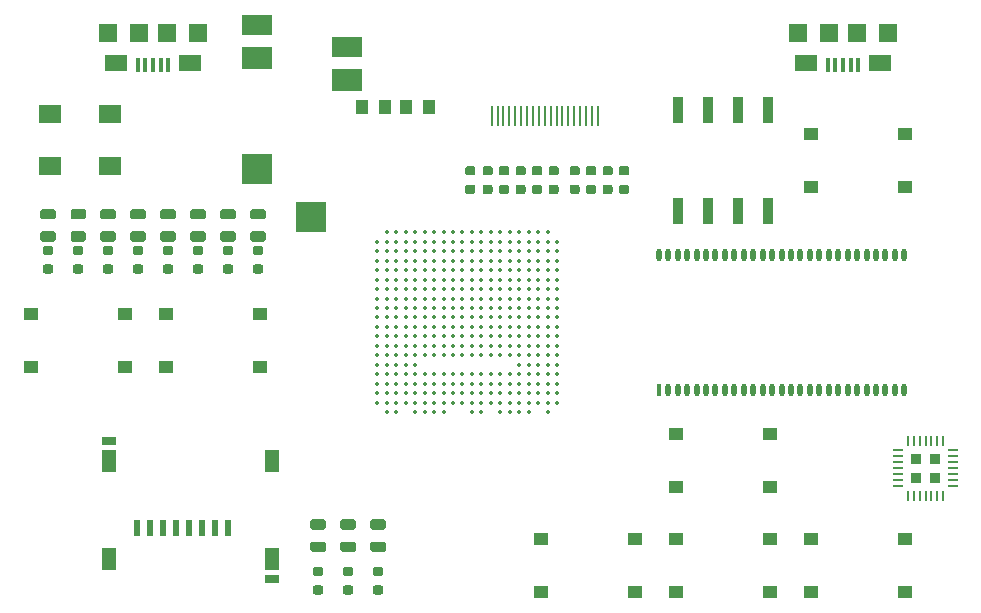
<source format=gtp>
G04 #@! TF.GenerationSoftware,KiCad,Pcbnew,5.0.1+dfsg1-2*
G04 #@! TF.CreationDate,2018-10-26T11:48:04+02:00*
G04 #@! TF.ProjectId,ulx3s,756C7833732E6B696361645F70636200,v3.0.4*
G04 #@! TF.SameCoordinates,Original*
G04 #@! TF.FileFunction,Paste,Top*
G04 #@! TF.FilePolarity,Positive*
%FSLAX46Y46*%
G04 Gerber Fmt 4.6, Leading zero omitted, Abs format (unit mm)*
G04 Created by KiCad (PCBNEW 5.0.1+dfsg1-2) date petak, 26. listopada 2018. 11:48:04 CEST*
%MOMM*%
%LPD*%
G01*
G04 APERTURE LIST*
%ADD10R,0.540000X1.340000*%
%ADD11R,1.290000X0.740000*%
%ADD12R,1.290000X1.840000*%
%ADD13R,1.900000X1.500000*%
%ADD14R,2.546000X1.746000*%
%ADD15R,2.546000X1.946000*%
%ADD16R,2.546000X2.546000*%
%ADD17R,1.546000X1.646000*%
%ADD18R,0.300000X1.250000*%
%ADD19R,1.646000X1.646000*%
%ADD20R,1.846000X1.346000*%
%ADD21R,0.920000X2.240000*%
%ADD22R,0.200000X1.800000*%
%ADD23O,0.460000X1.100000*%
%ADD24R,0.460000X1.100000*%
%ADD25C,0.350000*%
%ADD26R,0.875000X0.875000*%
%ADD27O,0.200000X0.850000*%
%ADD28O,0.850000X0.200000*%
%ADD29R,0.850000X0.200000*%
%ADD30C,0.100000*%
%ADD31C,0.775000*%
%ADD32C,0.875000*%
%ADD33R,1.095000X1.200000*%
%ADD34R,1.296000X1.046000*%
G04 APERTURE END LIST*
D10*
G04 #@! TO.C,SD1*
X118250000Y-105250000D03*
X117150000Y-105250000D03*
X116050000Y-105250000D03*
X114950000Y-105250000D03*
X113850000Y-105250000D03*
X112750000Y-105250000D03*
X111650000Y-105250000D03*
X110550000Y-105250000D03*
D11*
X121925000Y-109550000D03*
X108175000Y-97850000D03*
D12*
X108175000Y-107850000D03*
X121925000Y-107850000D03*
X121925000Y-99550000D03*
X108175000Y-99550000D03*
G04 #@! TD*
D13*
G04 #@! TO.C,Y1*
X108212000Y-70160000D03*
X103132000Y-70160000D03*
X103132000Y-74560000D03*
X108212000Y-74560000D03*
G04 #@! TD*
D14*
G04 #@! TO.C,AUDIO1*
X120668000Y-62618000D03*
D15*
X120668000Y-65418000D03*
D16*
X120668000Y-74818000D03*
X125218000Y-78918000D03*
D15*
X128268000Y-67318000D03*
D14*
X128268000Y-64518000D03*
G04 #@! TD*
D17*
G04 #@! TO.C,US2*
X166500000Y-63325000D03*
X174100000Y-63325000D03*
D18*
X169000000Y-66000000D03*
X169650000Y-66000000D03*
X170300000Y-66000000D03*
X170950000Y-66000000D03*
X171600000Y-66000000D03*
D19*
X169100000Y-63325000D03*
X171500000Y-63325000D03*
D20*
X167200000Y-65875000D03*
X173400000Y-65875000D03*
G04 #@! TD*
D17*
G04 #@! TO.C,US1*
X108080000Y-63325000D03*
X115680000Y-63325000D03*
D18*
X110580000Y-66000000D03*
X111230000Y-66000000D03*
X111880000Y-66000000D03*
X112530000Y-66000000D03*
X113180000Y-66000000D03*
D19*
X110680000Y-63325000D03*
X113080000Y-63325000D03*
D20*
X108780000Y-65875000D03*
X114980000Y-65875000D03*
G04 #@! TD*
D21*
G04 #@! TO.C,SW1*
X156330000Y-69815000D03*
X163950000Y-78425000D03*
X158870000Y-69815000D03*
X161410000Y-78425000D03*
X161410000Y-69815000D03*
X158870000Y-78425000D03*
X163950000Y-69815000D03*
X156330000Y-78425000D03*
G04 #@! TD*
D22*
G04 #@! TO.C,GPDI1*
X149546000Y-70312000D03*
X149046000Y-70312000D03*
X148546000Y-70312000D03*
X148046000Y-70312000D03*
X147546000Y-70312000D03*
X147046000Y-70312000D03*
X146546000Y-70312000D03*
X146046000Y-70312000D03*
X145546000Y-70312000D03*
X145046000Y-70312000D03*
X144546000Y-70312000D03*
X144046000Y-70312000D03*
X143546000Y-70312000D03*
X143046000Y-70312000D03*
X142546000Y-70312000D03*
X142046000Y-70312000D03*
X141546000Y-70312000D03*
X141046000Y-70312000D03*
X140546000Y-70312000D03*
G04 #@! TD*
D23*
G04 #@! TO.C,U2*
X175493000Y-82070000D03*
D24*
X154693000Y-93530000D03*
D23*
X155493000Y-93530000D03*
X156293000Y-93530000D03*
X157093000Y-93530000D03*
X157893000Y-93530000D03*
X158693000Y-93530000D03*
X159493000Y-93530000D03*
X160293000Y-93530000D03*
X161093000Y-93530000D03*
X161893000Y-93530000D03*
X162693000Y-93530000D03*
X163493000Y-93530000D03*
X164293000Y-93530000D03*
X165093000Y-93530000D03*
X165893000Y-93530000D03*
X166693000Y-93530000D03*
X167493000Y-93530000D03*
X168293000Y-93530000D03*
X169093000Y-93530000D03*
X169893000Y-93530000D03*
X170693000Y-93530000D03*
X171493000Y-93530000D03*
X172293000Y-93530000D03*
X173093000Y-93530000D03*
X173893000Y-93530000D03*
X174693000Y-93530000D03*
X175493000Y-93530000D03*
X174693000Y-82070000D03*
X173893000Y-82070000D03*
X173093000Y-82070000D03*
X172293000Y-82070000D03*
X171493000Y-82070000D03*
X170693000Y-82070000D03*
X169893000Y-82070000D03*
X169093000Y-82070000D03*
X168293000Y-82070000D03*
X167493000Y-82070000D03*
X166693000Y-82070000D03*
X165893000Y-82070000D03*
X165093000Y-82070000D03*
X164293000Y-82070000D03*
X163493000Y-82070000D03*
X162693000Y-82070000D03*
X161893000Y-82070000D03*
X161093000Y-82070000D03*
X160293000Y-82070000D03*
X159493000Y-82070000D03*
X158693000Y-82070000D03*
X157893000Y-82070000D03*
X157093000Y-82070000D03*
X156293000Y-82070000D03*
X155493000Y-82070000D03*
X154693000Y-82070000D03*
G04 #@! TD*
D25*
G04 #@! TO.C,U1*
X145280000Y-95400000D03*
X143680000Y-95400000D03*
X142880000Y-95400000D03*
X142080000Y-95400000D03*
X141280000Y-95400000D03*
X139680000Y-95400000D03*
X138880000Y-95400000D03*
X136480000Y-95400000D03*
X135680000Y-95400000D03*
X134880000Y-95400000D03*
X134080000Y-95400000D03*
X132480000Y-95400000D03*
X131680000Y-95400000D03*
X146080000Y-94600000D03*
X145280000Y-94600000D03*
X144480000Y-94600000D03*
X143680000Y-94600000D03*
X142880000Y-94600000D03*
X142080000Y-94600000D03*
X141280000Y-94600000D03*
X140480000Y-94600000D03*
X139680000Y-94600000D03*
X138880000Y-94600000D03*
X138080000Y-94600000D03*
X137280000Y-94600000D03*
X136480000Y-94600000D03*
X135680000Y-94600000D03*
X134880000Y-94600000D03*
X134080000Y-94600000D03*
X133280000Y-94600000D03*
X132480000Y-94600000D03*
X131680000Y-94600000D03*
X130880000Y-94600000D03*
X146080000Y-93800000D03*
X145280000Y-93800000D03*
X144480000Y-93800000D03*
X143680000Y-93800000D03*
X142880000Y-93800000D03*
X142080000Y-93800000D03*
X141280000Y-93800000D03*
X140480000Y-93800000D03*
X139680000Y-93800000D03*
X138880000Y-93800000D03*
X138080000Y-93800000D03*
X137280000Y-93800000D03*
X136480000Y-93800000D03*
X135680000Y-93800000D03*
X134880000Y-93800000D03*
X134080000Y-93800000D03*
X133280000Y-93800000D03*
X132480000Y-93800000D03*
X131680000Y-93800000D03*
X130880000Y-93800000D03*
X146080000Y-93000000D03*
X145280000Y-93000000D03*
X144480000Y-93000000D03*
X143680000Y-93000000D03*
X142880000Y-93000000D03*
X142080000Y-93000000D03*
X141280000Y-93000000D03*
X140480000Y-93000000D03*
X139680000Y-93000000D03*
X138880000Y-93000000D03*
X138080000Y-93000000D03*
X137280000Y-93000000D03*
X136480000Y-93000000D03*
X135680000Y-93000000D03*
X134880000Y-93000000D03*
X134080000Y-93000000D03*
X133280000Y-93000000D03*
X132480000Y-93000000D03*
X131680000Y-93000000D03*
X130880000Y-93000000D03*
X146080000Y-92200000D03*
X145280000Y-92200000D03*
X144480000Y-92200000D03*
X143680000Y-92200000D03*
X142880000Y-92200000D03*
X142080000Y-92200000D03*
X141280000Y-92200000D03*
X140480000Y-92200000D03*
X139680000Y-92200000D03*
X138880000Y-92200000D03*
X138080000Y-92200000D03*
X137280000Y-92200000D03*
X136480000Y-92200000D03*
X135680000Y-92200000D03*
X134880000Y-92200000D03*
X134080000Y-92200000D03*
X133280000Y-92200000D03*
X132480000Y-92200000D03*
X131680000Y-92200000D03*
X130880000Y-92200000D03*
X146080000Y-91400000D03*
X145280000Y-91400000D03*
X144480000Y-91400000D03*
X143680000Y-91400000D03*
X142880000Y-91400000D03*
X134080000Y-91400000D03*
X133280000Y-91400000D03*
X132480000Y-91400000D03*
X131680000Y-91400000D03*
X130880000Y-91400000D03*
X146080000Y-90600000D03*
X145280000Y-90600000D03*
X144480000Y-90600000D03*
X143680000Y-90600000D03*
X142880000Y-90600000D03*
X142080000Y-90600000D03*
X141280000Y-90600000D03*
X140480000Y-90600000D03*
X139680000Y-90600000D03*
X138880000Y-90600000D03*
X138080000Y-90600000D03*
X137280000Y-90600000D03*
X136480000Y-90600000D03*
X135680000Y-90600000D03*
X134880000Y-90600000D03*
X134080000Y-90600000D03*
X133280000Y-90600000D03*
X132480000Y-90600000D03*
X131680000Y-90600000D03*
X130880000Y-90600000D03*
X146080000Y-89800000D03*
X145280000Y-89800000D03*
X144480000Y-89800000D03*
X143680000Y-89800000D03*
X142880000Y-89800000D03*
X142080000Y-89800000D03*
X141280000Y-89800000D03*
X140480000Y-89800000D03*
X139680000Y-89800000D03*
X138880000Y-89800000D03*
X138080000Y-89800000D03*
X137280000Y-89800000D03*
X136480000Y-89800000D03*
X135680000Y-89800000D03*
X134880000Y-89800000D03*
X134080000Y-89800000D03*
X133280000Y-89800000D03*
X132480000Y-89800000D03*
X131680000Y-89800000D03*
X130880000Y-89800000D03*
X146080000Y-89000000D03*
X145280000Y-89000000D03*
X144480000Y-89000000D03*
X143680000Y-89000000D03*
X142880000Y-89000000D03*
X142080000Y-89000000D03*
X141280000Y-89000000D03*
X140480000Y-89000000D03*
X139680000Y-89000000D03*
X138880000Y-89000000D03*
X138080000Y-89000000D03*
X137280000Y-89000000D03*
X136480000Y-89000000D03*
X135680000Y-89000000D03*
X134880000Y-89000000D03*
X134080000Y-89000000D03*
X133280000Y-89000000D03*
X132480000Y-89000000D03*
X131680000Y-89000000D03*
X130880000Y-89000000D03*
X146080000Y-88200000D03*
X145280000Y-88200000D03*
X144480000Y-88200000D03*
X143680000Y-88200000D03*
X142880000Y-88200000D03*
X142080000Y-88200000D03*
X141280000Y-88200000D03*
X140480000Y-88200000D03*
X139680000Y-88200000D03*
X138880000Y-88200000D03*
X138080000Y-88200000D03*
X137280000Y-88200000D03*
X136480000Y-88200000D03*
X135680000Y-88200000D03*
X134880000Y-88200000D03*
X134080000Y-88200000D03*
X133280000Y-88200000D03*
X132480000Y-88200000D03*
X131680000Y-88200000D03*
X130880000Y-88200000D03*
X146080000Y-87400000D03*
X145280000Y-87400000D03*
X144480000Y-87400000D03*
X143680000Y-87400000D03*
X142880000Y-87400000D03*
X142080000Y-87400000D03*
X141280000Y-87400000D03*
X140480000Y-87400000D03*
X139680000Y-87400000D03*
X138880000Y-87400000D03*
X138080000Y-87400000D03*
X137280000Y-87400000D03*
X136480000Y-87400000D03*
X135680000Y-87400000D03*
X134880000Y-87400000D03*
X134080000Y-87400000D03*
X133280000Y-87400000D03*
X132480000Y-87400000D03*
X131680000Y-87400000D03*
X130880000Y-87400000D03*
X146080000Y-86600000D03*
X145280000Y-86600000D03*
X144480000Y-86600000D03*
X143680000Y-86600000D03*
X142880000Y-86600000D03*
X142080000Y-86600000D03*
X141280000Y-86600000D03*
X140480000Y-86600000D03*
X139680000Y-86600000D03*
X138880000Y-86600000D03*
X138080000Y-86600000D03*
X137280000Y-86600000D03*
X136480000Y-86600000D03*
X135680000Y-86600000D03*
X134880000Y-86600000D03*
X134080000Y-86600000D03*
X133280000Y-86600000D03*
X132480000Y-86600000D03*
X131680000Y-86600000D03*
X130880000Y-86600000D03*
X146080000Y-85800000D03*
X145280000Y-85800000D03*
X144480000Y-85800000D03*
X143680000Y-85800000D03*
X142880000Y-85800000D03*
X142080000Y-85800000D03*
X141280000Y-85800000D03*
X140480000Y-85800000D03*
X139680000Y-85800000D03*
X138880000Y-85800000D03*
X138080000Y-85800000D03*
X137280000Y-85800000D03*
X136480000Y-85800000D03*
X135680000Y-85800000D03*
X134880000Y-85800000D03*
X134080000Y-85800000D03*
X133280000Y-85800000D03*
X132480000Y-85800000D03*
X131680000Y-85800000D03*
X130880000Y-85800000D03*
X146080000Y-85000000D03*
X145280000Y-85000000D03*
X144480000Y-85000000D03*
X143680000Y-85000000D03*
X142880000Y-85000000D03*
X142080000Y-85000000D03*
X141280000Y-85000000D03*
X140480000Y-85000000D03*
X139680000Y-85000000D03*
X138880000Y-85000000D03*
X138080000Y-85000000D03*
X137280000Y-85000000D03*
X136480000Y-85000000D03*
X135680000Y-85000000D03*
X134880000Y-85000000D03*
X134080000Y-85000000D03*
X133280000Y-85000000D03*
X132480000Y-85000000D03*
X131680000Y-85000000D03*
X130880000Y-85000000D03*
X146080000Y-84200000D03*
X145280000Y-84200000D03*
X144480000Y-84200000D03*
X143680000Y-84200000D03*
X142880000Y-84200000D03*
X142080000Y-84200000D03*
X141280000Y-84200000D03*
X140480000Y-84200000D03*
X139680000Y-84200000D03*
X138880000Y-84200000D03*
X138080000Y-84200000D03*
X137280000Y-84200000D03*
X136480000Y-84200000D03*
X135680000Y-84200000D03*
X134880000Y-84200000D03*
X134080000Y-84200000D03*
X133280000Y-84200000D03*
X132480000Y-84200000D03*
X131680000Y-84200000D03*
X130880000Y-84200000D03*
X146080000Y-83400000D03*
X145280000Y-83400000D03*
X144480000Y-83400000D03*
X143680000Y-83400000D03*
X142880000Y-83400000D03*
X142080000Y-83400000D03*
X141280000Y-83400000D03*
X140480000Y-83400000D03*
X139680000Y-83400000D03*
X138880000Y-83400000D03*
X138080000Y-83400000D03*
X137280000Y-83400000D03*
X136480000Y-83400000D03*
X135680000Y-83400000D03*
X134880000Y-83400000D03*
X134080000Y-83400000D03*
X133280000Y-83400000D03*
X132480000Y-83400000D03*
X131680000Y-83400000D03*
X130880000Y-83400000D03*
X146080000Y-82600000D03*
X145280000Y-82600000D03*
X144480000Y-82600000D03*
X143680000Y-82600000D03*
X142880000Y-82600000D03*
X142080000Y-82600000D03*
X141280000Y-82600000D03*
X140480000Y-82600000D03*
X139680000Y-82600000D03*
X138880000Y-82600000D03*
X138080000Y-82600000D03*
X137280000Y-82600000D03*
X136480000Y-82600000D03*
X135680000Y-82600000D03*
X134880000Y-82600000D03*
X134080000Y-82600000D03*
X133280000Y-82600000D03*
X132480000Y-82600000D03*
X131680000Y-82600000D03*
X130880000Y-82600000D03*
X146080000Y-81800000D03*
X145280000Y-81800000D03*
X144480000Y-81800000D03*
X143680000Y-81800000D03*
X142880000Y-81800000D03*
X142080000Y-81800000D03*
X141280000Y-81800000D03*
X140480000Y-81800000D03*
X139680000Y-81800000D03*
X138880000Y-81800000D03*
X138080000Y-81800000D03*
X137280000Y-81800000D03*
X136480000Y-81800000D03*
X135680000Y-81800000D03*
X134880000Y-81800000D03*
X134080000Y-81800000D03*
X133280000Y-81800000D03*
X132480000Y-81800000D03*
X131680000Y-81800000D03*
X130880000Y-81800000D03*
X146080000Y-81000000D03*
X145280000Y-81000000D03*
X144480000Y-81000000D03*
X143680000Y-81000000D03*
X142880000Y-81000000D03*
X142080000Y-81000000D03*
X141280000Y-81000000D03*
X140480000Y-81000000D03*
X139680000Y-81000000D03*
X138880000Y-81000000D03*
X138080000Y-81000000D03*
X137280000Y-81000000D03*
X136480000Y-81000000D03*
X135680000Y-81000000D03*
X134880000Y-81000000D03*
X134080000Y-81000000D03*
X133280000Y-81000000D03*
X132480000Y-81000000D03*
X131680000Y-81000000D03*
X130880000Y-81000000D03*
X145280000Y-80200000D03*
X144480000Y-80200000D03*
X143680000Y-80200000D03*
X142880000Y-80200000D03*
X142080000Y-80200000D03*
X141280000Y-80200000D03*
X140480000Y-80200000D03*
X139680000Y-80200000D03*
X138880000Y-80200000D03*
X138080000Y-80200000D03*
X137280000Y-80200000D03*
X136480000Y-80200000D03*
X135680000Y-80200000D03*
X134880000Y-80200000D03*
X134080000Y-80200000D03*
X133280000Y-80200000D03*
X132480000Y-80200000D03*
X131680000Y-80200000D03*
G04 #@! TD*
D26*
G04 #@! TO.C,U8*
X178097500Y-100967500D03*
X178097500Y-99342500D03*
X176472500Y-100967500D03*
X176472500Y-99342500D03*
D27*
X178785000Y-102495000D03*
X178285000Y-102495000D03*
X177785000Y-102495000D03*
X177285000Y-102495000D03*
X176785000Y-102495000D03*
X176285000Y-102495000D03*
X175785000Y-102495000D03*
D28*
X174945000Y-101655000D03*
X174945000Y-101155000D03*
X174945000Y-100655000D03*
X174945000Y-100155000D03*
X174945000Y-99655000D03*
X174945000Y-99155000D03*
X174945000Y-98655000D03*
D27*
X175785000Y-97815000D03*
X176285000Y-97815000D03*
X176785000Y-97815000D03*
X177285000Y-97815000D03*
X177785000Y-97815000D03*
X178285000Y-97815000D03*
X178785000Y-97815000D03*
D28*
X179625000Y-98655000D03*
X179625000Y-99155000D03*
X179625000Y-99655000D03*
X179625000Y-100155000D03*
X179625000Y-100655000D03*
X179625000Y-101155000D03*
D29*
X179625000Y-101655000D03*
G04 #@! TD*
D30*
G04 #@! TO.C,C37*
G36*
X152008241Y-74596933D02*
X152027049Y-74599723D01*
X152045493Y-74604343D01*
X152063395Y-74610748D01*
X152080583Y-74618878D01*
X152096892Y-74628653D01*
X152112164Y-74639979D01*
X152126252Y-74652748D01*
X152139021Y-74666836D01*
X152150347Y-74682108D01*
X152160122Y-74698417D01*
X152168252Y-74715605D01*
X152174657Y-74733507D01*
X152179277Y-74751951D01*
X152182067Y-74770759D01*
X152183000Y-74789750D01*
X152183000Y-75177250D01*
X152182067Y-75196241D01*
X152179277Y-75215049D01*
X152174657Y-75233493D01*
X152168252Y-75251395D01*
X152160122Y-75268583D01*
X152150347Y-75284892D01*
X152139021Y-75300164D01*
X152126252Y-75314252D01*
X152112164Y-75327021D01*
X152096892Y-75338347D01*
X152080583Y-75348122D01*
X152063395Y-75356252D01*
X152045493Y-75362657D01*
X152027049Y-75367277D01*
X152008241Y-75370067D01*
X151989250Y-75371000D01*
X151526750Y-75371000D01*
X151507759Y-75370067D01*
X151488951Y-75367277D01*
X151470507Y-75362657D01*
X151452605Y-75356252D01*
X151435417Y-75348122D01*
X151419108Y-75338347D01*
X151403836Y-75327021D01*
X151389748Y-75314252D01*
X151376979Y-75300164D01*
X151365653Y-75284892D01*
X151355878Y-75268583D01*
X151347748Y-75251395D01*
X151341343Y-75233493D01*
X151336723Y-75215049D01*
X151333933Y-75196241D01*
X151333000Y-75177250D01*
X151333000Y-74789750D01*
X151333933Y-74770759D01*
X151336723Y-74751951D01*
X151341343Y-74733507D01*
X151347748Y-74715605D01*
X151355878Y-74698417D01*
X151365653Y-74682108D01*
X151376979Y-74666836D01*
X151389748Y-74652748D01*
X151403836Y-74639979D01*
X151419108Y-74628653D01*
X151435417Y-74618878D01*
X151452605Y-74610748D01*
X151470507Y-74604343D01*
X151488951Y-74599723D01*
X151507759Y-74596933D01*
X151526750Y-74596000D01*
X151989250Y-74596000D01*
X152008241Y-74596933D01*
X152008241Y-74596933D01*
G37*
D31*
X151758000Y-74983500D03*
D30*
G36*
X152008241Y-76171933D02*
X152027049Y-76174723D01*
X152045493Y-76179343D01*
X152063395Y-76185748D01*
X152080583Y-76193878D01*
X152096892Y-76203653D01*
X152112164Y-76214979D01*
X152126252Y-76227748D01*
X152139021Y-76241836D01*
X152150347Y-76257108D01*
X152160122Y-76273417D01*
X152168252Y-76290605D01*
X152174657Y-76308507D01*
X152179277Y-76326951D01*
X152182067Y-76345759D01*
X152183000Y-76364750D01*
X152183000Y-76752250D01*
X152182067Y-76771241D01*
X152179277Y-76790049D01*
X152174657Y-76808493D01*
X152168252Y-76826395D01*
X152160122Y-76843583D01*
X152150347Y-76859892D01*
X152139021Y-76875164D01*
X152126252Y-76889252D01*
X152112164Y-76902021D01*
X152096892Y-76913347D01*
X152080583Y-76923122D01*
X152063395Y-76931252D01*
X152045493Y-76937657D01*
X152027049Y-76942277D01*
X152008241Y-76945067D01*
X151989250Y-76946000D01*
X151526750Y-76946000D01*
X151507759Y-76945067D01*
X151488951Y-76942277D01*
X151470507Y-76937657D01*
X151452605Y-76931252D01*
X151435417Y-76923122D01*
X151419108Y-76913347D01*
X151403836Y-76902021D01*
X151389748Y-76889252D01*
X151376979Y-76875164D01*
X151365653Y-76859892D01*
X151355878Y-76843583D01*
X151347748Y-76826395D01*
X151341343Y-76808493D01*
X151336723Y-76790049D01*
X151333933Y-76771241D01*
X151333000Y-76752250D01*
X151333000Y-76364750D01*
X151333933Y-76345759D01*
X151336723Y-76326951D01*
X151341343Y-76308507D01*
X151347748Y-76290605D01*
X151355878Y-76273417D01*
X151365653Y-76257108D01*
X151376979Y-76241836D01*
X151389748Y-76227748D01*
X151403836Y-76214979D01*
X151419108Y-76203653D01*
X151435417Y-76193878D01*
X151452605Y-76185748D01*
X151470507Y-76179343D01*
X151488951Y-76174723D01*
X151507759Y-76171933D01*
X151526750Y-76171000D01*
X151989250Y-76171000D01*
X152008241Y-76171933D01*
X152008241Y-76171933D01*
G37*
D31*
X151758000Y-76558500D03*
G04 #@! TD*
D30*
G04 #@! TO.C,C36*
G36*
X150611241Y-74596933D02*
X150630049Y-74599723D01*
X150648493Y-74604343D01*
X150666395Y-74610748D01*
X150683583Y-74618878D01*
X150699892Y-74628653D01*
X150715164Y-74639979D01*
X150729252Y-74652748D01*
X150742021Y-74666836D01*
X150753347Y-74682108D01*
X150763122Y-74698417D01*
X150771252Y-74715605D01*
X150777657Y-74733507D01*
X150782277Y-74751951D01*
X150785067Y-74770759D01*
X150786000Y-74789750D01*
X150786000Y-75177250D01*
X150785067Y-75196241D01*
X150782277Y-75215049D01*
X150777657Y-75233493D01*
X150771252Y-75251395D01*
X150763122Y-75268583D01*
X150753347Y-75284892D01*
X150742021Y-75300164D01*
X150729252Y-75314252D01*
X150715164Y-75327021D01*
X150699892Y-75338347D01*
X150683583Y-75348122D01*
X150666395Y-75356252D01*
X150648493Y-75362657D01*
X150630049Y-75367277D01*
X150611241Y-75370067D01*
X150592250Y-75371000D01*
X150129750Y-75371000D01*
X150110759Y-75370067D01*
X150091951Y-75367277D01*
X150073507Y-75362657D01*
X150055605Y-75356252D01*
X150038417Y-75348122D01*
X150022108Y-75338347D01*
X150006836Y-75327021D01*
X149992748Y-75314252D01*
X149979979Y-75300164D01*
X149968653Y-75284892D01*
X149958878Y-75268583D01*
X149950748Y-75251395D01*
X149944343Y-75233493D01*
X149939723Y-75215049D01*
X149936933Y-75196241D01*
X149936000Y-75177250D01*
X149936000Y-74789750D01*
X149936933Y-74770759D01*
X149939723Y-74751951D01*
X149944343Y-74733507D01*
X149950748Y-74715605D01*
X149958878Y-74698417D01*
X149968653Y-74682108D01*
X149979979Y-74666836D01*
X149992748Y-74652748D01*
X150006836Y-74639979D01*
X150022108Y-74628653D01*
X150038417Y-74618878D01*
X150055605Y-74610748D01*
X150073507Y-74604343D01*
X150091951Y-74599723D01*
X150110759Y-74596933D01*
X150129750Y-74596000D01*
X150592250Y-74596000D01*
X150611241Y-74596933D01*
X150611241Y-74596933D01*
G37*
D31*
X150361000Y-74983500D03*
D30*
G36*
X150611241Y-76171933D02*
X150630049Y-76174723D01*
X150648493Y-76179343D01*
X150666395Y-76185748D01*
X150683583Y-76193878D01*
X150699892Y-76203653D01*
X150715164Y-76214979D01*
X150729252Y-76227748D01*
X150742021Y-76241836D01*
X150753347Y-76257108D01*
X150763122Y-76273417D01*
X150771252Y-76290605D01*
X150777657Y-76308507D01*
X150782277Y-76326951D01*
X150785067Y-76345759D01*
X150786000Y-76364750D01*
X150786000Y-76752250D01*
X150785067Y-76771241D01*
X150782277Y-76790049D01*
X150777657Y-76808493D01*
X150771252Y-76826395D01*
X150763122Y-76843583D01*
X150753347Y-76859892D01*
X150742021Y-76875164D01*
X150729252Y-76889252D01*
X150715164Y-76902021D01*
X150699892Y-76913347D01*
X150683583Y-76923122D01*
X150666395Y-76931252D01*
X150648493Y-76937657D01*
X150630049Y-76942277D01*
X150611241Y-76945067D01*
X150592250Y-76946000D01*
X150129750Y-76946000D01*
X150110759Y-76945067D01*
X150091951Y-76942277D01*
X150073507Y-76937657D01*
X150055605Y-76931252D01*
X150038417Y-76923122D01*
X150022108Y-76913347D01*
X150006836Y-76902021D01*
X149992748Y-76889252D01*
X149979979Y-76875164D01*
X149968653Y-76859892D01*
X149958878Y-76843583D01*
X149950748Y-76826395D01*
X149944343Y-76808493D01*
X149939723Y-76790049D01*
X149936933Y-76771241D01*
X149936000Y-76752250D01*
X149936000Y-76364750D01*
X149936933Y-76345759D01*
X149939723Y-76326951D01*
X149944343Y-76308507D01*
X149950748Y-76290605D01*
X149958878Y-76273417D01*
X149968653Y-76257108D01*
X149979979Y-76241836D01*
X149992748Y-76227748D01*
X150006836Y-76214979D01*
X150022108Y-76203653D01*
X150038417Y-76193878D01*
X150055605Y-76185748D01*
X150073507Y-76179343D01*
X150091951Y-76174723D01*
X150110759Y-76171933D01*
X150129750Y-76171000D01*
X150592250Y-76171000D01*
X150611241Y-76171933D01*
X150611241Y-76171933D01*
G37*
D31*
X150361000Y-76558500D03*
G04 #@! TD*
D30*
G04 #@! TO.C,C41*
G36*
X149214241Y-74596933D02*
X149233049Y-74599723D01*
X149251493Y-74604343D01*
X149269395Y-74610748D01*
X149286583Y-74618878D01*
X149302892Y-74628653D01*
X149318164Y-74639979D01*
X149332252Y-74652748D01*
X149345021Y-74666836D01*
X149356347Y-74682108D01*
X149366122Y-74698417D01*
X149374252Y-74715605D01*
X149380657Y-74733507D01*
X149385277Y-74751951D01*
X149388067Y-74770759D01*
X149389000Y-74789750D01*
X149389000Y-75177250D01*
X149388067Y-75196241D01*
X149385277Y-75215049D01*
X149380657Y-75233493D01*
X149374252Y-75251395D01*
X149366122Y-75268583D01*
X149356347Y-75284892D01*
X149345021Y-75300164D01*
X149332252Y-75314252D01*
X149318164Y-75327021D01*
X149302892Y-75338347D01*
X149286583Y-75348122D01*
X149269395Y-75356252D01*
X149251493Y-75362657D01*
X149233049Y-75367277D01*
X149214241Y-75370067D01*
X149195250Y-75371000D01*
X148732750Y-75371000D01*
X148713759Y-75370067D01*
X148694951Y-75367277D01*
X148676507Y-75362657D01*
X148658605Y-75356252D01*
X148641417Y-75348122D01*
X148625108Y-75338347D01*
X148609836Y-75327021D01*
X148595748Y-75314252D01*
X148582979Y-75300164D01*
X148571653Y-75284892D01*
X148561878Y-75268583D01*
X148553748Y-75251395D01*
X148547343Y-75233493D01*
X148542723Y-75215049D01*
X148539933Y-75196241D01*
X148539000Y-75177250D01*
X148539000Y-74789750D01*
X148539933Y-74770759D01*
X148542723Y-74751951D01*
X148547343Y-74733507D01*
X148553748Y-74715605D01*
X148561878Y-74698417D01*
X148571653Y-74682108D01*
X148582979Y-74666836D01*
X148595748Y-74652748D01*
X148609836Y-74639979D01*
X148625108Y-74628653D01*
X148641417Y-74618878D01*
X148658605Y-74610748D01*
X148676507Y-74604343D01*
X148694951Y-74599723D01*
X148713759Y-74596933D01*
X148732750Y-74596000D01*
X149195250Y-74596000D01*
X149214241Y-74596933D01*
X149214241Y-74596933D01*
G37*
D31*
X148964000Y-74983500D03*
D30*
G36*
X149214241Y-76171933D02*
X149233049Y-76174723D01*
X149251493Y-76179343D01*
X149269395Y-76185748D01*
X149286583Y-76193878D01*
X149302892Y-76203653D01*
X149318164Y-76214979D01*
X149332252Y-76227748D01*
X149345021Y-76241836D01*
X149356347Y-76257108D01*
X149366122Y-76273417D01*
X149374252Y-76290605D01*
X149380657Y-76308507D01*
X149385277Y-76326951D01*
X149388067Y-76345759D01*
X149389000Y-76364750D01*
X149389000Y-76752250D01*
X149388067Y-76771241D01*
X149385277Y-76790049D01*
X149380657Y-76808493D01*
X149374252Y-76826395D01*
X149366122Y-76843583D01*
X149356347Y-76859892D01*
X149345021Y-76875164D01*
X149332252Y-76889252D01*
X149318164Y-76902021D01*
X149302892Y-76913347D01*
X149286583Y-76923122D01*
X149269395Y-76931252D01*
X149251493Y-76937657D01*
X149233049Y-76942277D01*
X149214241Y-76945067D01*
X149195250Y-76946000D01*
X148732750Y-76946000D01*
X148713759Y-76945067D01*
X148694951Y-76942277D01*
X148676507Y-76937657D01*
X148658605Y-76931252D01*
X148641417Y-76923122D01*
X148625108Y-76913347D01*
X148609836Y-76902021D01*
X148595748Y-76889252D01*
X148582979Y-76875164D01*
X148571653Y-76859892D01*
X148561878Y-76843583D01*
X148553748Y-76826395D01*
X148547343Y-76808493D01*
X148542723Y-76790049D01*
X148539933Y-76771241D01*
X148539000Y-76752250D01*
X148539000Y-76364750D01*
X148539933Y-76345759D01*
X148542723Y-76326951D01*
X148547343Y-76308507D01*
X148553748Y-76290605D01*
X148561878Y-76273417D01*
X148571653Y-76257108D01*
X148582979Y-76241836D01*
X148595748Y-76227748D01*
X148609836Y-76214979D01*
X148625108Y-76203653D01*
X148641417Y-76193878D01*
X148658605Y-76185748D01*
X148676507Y-76179343D01*
X148694951Y-76174723D01*
X148713759Y-76171933D01*
X148732750Y-76171000D01*
X149195250Y-76171000D01*
X149214241Y-76171933D01*
X149214241Y-76171933D01*
G37*
D31*
X148964000Y-76558500D03*
G04 #@! TD*
D30*
G04 #@! TO.C,C45*
G36*
X147817241Y-74584933D02*
X147836049Y-74587723D01*
X147854493Y-74592343D01*
X147872395Y-74598748D01*
X147889583Y-74606878D01*
X147905892Y-74616653D01*
X147921164Y-74627979D01*
X147935252Y-74640748D01*
X147948021Y-74654836D01*
X147959347Y-74670108D01*
X147969122Y-74686417D01*
X147977252Y-74703605D01*
X147983657Y-74721507D01*
X147988277Y-74739951D01*
X147991067Y-74758759D01*
X147992000Y-74777750D01*
X147992000Y-75165250D01*
X147991067Y-75184241D01*
X147988277Y-75203049D01*
X147983657Y-75221493D01*
X147977252Y-75239395D01*
X147969122Y-75256583D01*
X147959347Y-75272892D01*
X147948021Y-75288164D01*
X147935252Y-75302252D01*
X147921164Y-75315021D01*
X147905892Y-75326347D01*
X147889583Y-75336122D01*
X147872395Y-75344252D01*
X147854493Y-75350657D01*
X147836049Y-75355277D01*
X147817241Y-75358067D01*
X147798250Y-75359000D01*
X147335750Y-75359000D01*
X147316759Y-75358067D01*
X147297951Y-75355277D01*
X147279507Y-75350657D01*
X147261605Y-75344252D01*
X147244417Y-75336122D01*
X147228108Y-75326347D01*
X147212836Y-75315021D01*
X147198748Y-75302252D01*
X147185979Y-75288164D01*
X147174653Y-75272892D01*
X147164878Y-75256583D01*
X147156748Y-75239395D01*
X147150343Y-75221493D01*
X147145723Y-75203049D01*
X147142933Y-75184241D01*
X147142000Y-75165250D01*
X147142000Y-74777750D01*
X147142933Y-74758759D01*
X147145723Y-74739951D01*
X147150343Y-74721507D01*
X147156748Y-74703605D01*
X147164878Y-74686417D01*
X147174653Y-74670108D01*
X147185979Y-74654836D01*
X147198748Y-74640748D01*
X147212836Y-74627979D01*
X147228108Y-74616653D01*
X147244417Y-74606878D01*
X147261605Y-74598748D01*
X147279507Y-74592343D01*
X147297951Y-74587723D01*
X147316759Y-74584933D01*
X147335750Y-74584000D01*
X147798250Y-74584000D01*
X147817241Y-74584933D01*
X147817241Y-74584933D01*
G37*
D31*
X147567000Y-74971500D03*
D30*
G36*
X147817241Y-76159933D02*
X147836049Y-76162723D01*
X147854493Y-76167343D01*
X147872395Y-76173748D01*
X147889583Y-76181878D01*
X147905892Y-76191653D01*
X147921164Y-76202979D01*
X147935252Y-76215748D01*
X147948021Y-76229836D01*
X147959347Y-76245108D01*
X147969122Y-76261417D01*
X147977252Y-76278605D01*
X147983657Y-76296507D01*
X147988277Y-76314951D01*
X147991067Y-76333759D01*
X147992000Y-76352750D01*
X147992000Y-76740250D01*
X147991067Y-76759241D01*
X147988277Y-76778049D01*
X147983657Y-76796493D01*
X147977252Y-76814395D01*
X147969122Y-76831583D01*
X147959347Y-76847892D01*
X147948021Y-76863164D01*
X147935252Y-76877252D01*
X147921164Y-76890021D01*
X147905892Y-76901347D01*
X147889583Y-76911122D01*
X147872395Y-76919252D01*
X147854493Y-76925657D01*
X147836049Y-76930277D01*
X147817241Y-76933067D01*
X147798250Y-76934000D01*
X147335750Y-76934000D01*
X147316759Y-76933067D01*
X147297951Y-76930277D01*
X147279507Y-76925657D01*
X147261605Y-76919252D01*
X147244417Y-76911122D01*
X147228108Y-76901347D01*
X147212836Y-76890021D01*
X147198748Y-76877252D01*
X147185979Y-76863164D01*
X147174653Y-76847892D01*
X147164878Y-76831583D01*
X147156748Y-76814395D01*
X147150343Y-76796493D01*
X147145723Y-76778049D01*
X147142933Y-76759241D01*
X147142000Y-76740250D01*
X147142000Y-76352750D01*
X147142933Y-76333759D01*
X147145723Y-76314951D01*
X147150343Y-76296507D01*
X147156748Y-76278605D01*
X147164878Y-76261417D01*
X147174653Y-76245108D01*
X147185979Y-76229836D01*
X147198748Y-76215748D01*
X147212836Y-76202979D01*
X147228108Y-76191653D01*
X147244417Y-76181878D01*
X147261605Y-76173748D01*
X147279507Y-76167343D01*
X147297951Y-76162723D01*
X147316759Y-76159933D01*
X147335750Y-76159000D01*
X147798250Y-76159000D01*
X147817241Y-76159933D01*
X147817241Y-76159933D01*
G37*
D31*
X147567000Y-76546500D03*
G04 #@! TD*
D30*
G04 #@! TO.C,C40*
G36*
X146039241Y-74596933D02*
X146058049Y-74599723D01*
X146076493Y-74604343D01*
X146094395Y-74610748D01*
X146111583Y-74618878D01*
X146127892Y-74628653D01*
X146143164Y-74639979D01*
X146157252Y-74652748D01*
X146170021Y-74666836D01*
X146181347Y-74682108D01*
X146191122Y-74698417D01*
X146199252Y-74715605D01*
X146205657Y-74733507D01*
X146210277Y-74751951D01*
X146213067Y-74770759D01*
X146214000Y-74789750D01*
X146214000Y-75177250D01*
X146213067Y-75196241D01*
X146210277Y-75215049D01*
X146205657Y-75233493D01*
X146199252Y-75251395D01*
X146191122Y-75268583D01*
X146181347Y-75284892D01*
X146170021Y-75300164D01*
X146157252Y-75314252D01*
X146143164Y-75327021D01*
X146127892Y-75338347D01*
X146111583Y-75348122D01*
X146094395Y-75356252D01*
X146076493Y-75362657D01*
X146058049Y-75367277D01*
X146039241Y-75370067D01*
X146020250Y-75371000D01*
X145557750Y-75371000D01*
X145538759Y-75370067D01*
X145519951Y-75367277D01*
X145501507Y-75362657D01*
X145483605Y-75356252D01*
X145466417Y-75348122D01*
X145450108Y-75338347D01*
X145434836Y-75327021D01*
X145420748Y-75314252D01*
X145407979Y-75300164D01*
X145396653Y-75284892D01*
X145386878Y-75268583D01*
X145378748Y-75251395D01*
X145372343Y-75233493D01*
X145367723Y-75215049D01*
X145364933Y-75196241D01*
X145364000Y-75177250D01*
X145364000Y-74789750D01*
X145364933Y-74770759D01*
X145367723Y-74751951D01*
X145372343Y-74733507D01*
X145378748Y-74715605D01*
X145386878Y-74698417D01*
X145396653Y-74682108D01*
X145407979Y-74666836D01*
X145420748Y-74652748D01*
X145434836Y-74639979D01*
X145450108Y-74628653D01*
X145466417Y-74618878D01*
X145483605Y-74610748D01*
X145501507Y-74604343D01*
X145519951Y-74599723D01*
X145538759Y-74596933D01*
X145557750Y-74596000D01*
X146020250Y-74596000D01*
X146039241Y-74596933D01*
X146039241Y-74596933D01*
G37*
D31*
X145789000Y-74983500D03*
D30*
G36*
X146039241Y-76171933D02*
X146058049Y-76174723D01*
X146076493Y-76179343D01*
X146094395Y-76185748D01*
X146111583Y-76193878D01*
X146127892Y-76203653D01*
X146143164Y-76214979D01*
X146157252Y-76227748D01*
X146170021Y-76241836D01*
X146181347Y-76257108D01*
X146191122Y-76273417D01*
X146199252Y-76290605D01*
X146205657Y-76308507D01*
X146210277Y-76326951D01*
X146213067Y-76345759D01*
X146214000Y-76364750D01*
X146214000Y-76752250D01*
X146213067Y-76771241D01*
X146210277Y-76790049D01*
X146205657Y-76808493D01*
X146199252Y-76826395D01*
X146191122Y-76843583D01*
X146181347Y-76859892D01*
X146170021Y-76875164D01*
X146157252Y-76889252D01*
X146143164Y-76902021D01*
X146127892Y-76913347D01*
X146111583Y-76923122D01*
X146094395Y-76931252D01*
X146076493Y-76937657D01*
X146058049Y-76942277D01*
X146039241Y-76945067D01*
X146020250Y-76946000D01*
X145557750Y-76946000D01*
X145538759Y-76945067D01*
X145519951Y-76942277D01*
X145501507Y-76937657D01*
X145483605Y-76931252D01*
X145466417Y-76923122D01*
X145450108Y-76913347D01*
X145434836Y-76902021D01*
X145420748Y-76889252D01*
X145407979Y-76875164D01*
X145396653Y-76859892D01*
X145386878Y-76843583D01*
X145378748Y-76826395D01*
X145372343Y-76808493D01*
X145367723Y-76790049D01*
X145364933Y-76771241D01*
X145364000Y-76752250D01*
X145364000Y-76364750D01*
X145364933Y-76345759D01*
X145367723Y-76326951D01*
X145372343Y-76308507D01*
X145378748Y-76290605D01*
X145386878Y-76273417D01*
X145396653Y-76257108D01*
X145407979Y-76241836D01*
X145420748Y-76227748D01*
X145434836Y-76214979D01*
X145450108Y-76203653D01*
X145466417Y-76193878D01*
X145483605Y-76185748D01*
X145501507Y-76179343D01*
X145519951Y-76174723D01*
X145538759Y-76171933D01*
X145557750Y-76171000D01*
X146020250Y-76171000D01*
X146039241Y-76171933D01*
X146039241Y-76171933D01*
G37*
D31*
X145789000Y-76558500D03*
G04 #@! TD*
D30*
G04 #@! TO.C,C44*
G36*
X144642241Y-74596933D02*
X144661049Y-74599723D01*
X144679493Y-74604343D01*
X144697395Y-74610748D01*
X144714583Y-74618878D01*
X144730892Y-74628653D01*
X144746164Y-74639979D01*
X144760252Y-74652748D01*
X144773021Y-74666836D01*
X144784347Y-74682108D01*
X144794122Y-74698417D01*
X144802252Y-74715605D01*
X144808657Y-74733507D01*
X144813277Y-74751951D01*
X144816067Y-74770759D01*
X144817000Y-74789750D01*
X144817000Y-75177250D01*
X144816067Y-75196241D01*
X144813277Y-75215049D01*
X144808657Y-75233493D01*
X144802252Y-75251395D01*
X144794122Y-75268583D01*
X144784347Y-75284892D01*
X144773021Y-75300164D01*
X144760252Y-75314252D01*
X144746164Y-75327021D01*
X144730892Y-75338347D01*
X144714583Y-75348122D01*
X144697395Y-75356252D01*
X144679493Y-75362657D01*
X144661049Y-75367277D01*
X144642241Y-75370067D01*
X144623250Y-75371000D01*
X144160750Y-75371000D01*
X144141759Y-75370067D01*
X144122951Y-75367277D01*
X144104507Y-75362657D01*
X144086605Y-75356252D01*
X144069417Y-75348122D01*
X144053108Y-75338347D01*
X144037836Y-75327021D01*
X144023748Y-75314252D01*
X144010979Y-75300164D01*
X143999653Y-75284892D01*
X143989878Y-75268583D01*
X143981748Y-75251395D01*
X143975343Y-75233493D01*
X143970723Y-75215049D01*
X143967933Y-75196241D01*
X143967000Y-75177250D01*
X143967000Y-74789750D01*
X143967933Y-74770759D01*
X143970723Y-74751951D01*
X143975343Y-74733507D01*
X143981748Y-74715605D01*
X143989878Y-74698417D01*
X143999653Y-74682108D01*
X144010979Y-74666836D01*
X144023748Y-74652748D01*
X144037836Y-74639979D01*
X144053108Y-74628653D01*
X144069417Y-74618878D01*
X144086605Y-74610748D01*
X144104507Y-74604343D01*
X144122951Y-74599723D01*
X144141759Y-74596933D01*
X144160750Y-74596000D01*
X144623250Y-74596000D01*
X144642241Y-74596933D01*
X144642241Y-74596933D01*
G37*
D31*
X144392000Y-74983500D03*
D30*
G36*
X144642241Y-76171933D02*
X144661049Y-76174723D01*
X144679493Y-76179343D01*
X144697395Y-76185748D01*
X144714583Y-76193878D01*
X144730892Y-76203653D01*
X144746164Y-76214979D01*
X144760252Y-76227748D01*
X144773021Y-76241836D01*
X144784347Y-76257108D01*
X144794122Y-76273417D01*
X144802252Y-76290605D01*
X144808657Y-76308507D01*
X144813277Y-76326951D01*
X144816067Y-76345759D01*
X144817000Y-76364750D01*
X144817000Y-76752250D01*
X144816067Y-76771241D01*
X144813277Y-76790049D01*
X144808657Y-76808493D01*
X144802252Y-76826395D01*
X144794122Y-76843583D01*
X144784347Y-76859892D01*
X144773021Y-76875164D01*
X144760252Y-76889252D01*
X144746164Y-76902021D01*
X144730892Y-76913347D01*
X144714583Y-76923122D01*
X144697395Y-76931252D01*
X144679493Y-76937657D01*
X144661049Y-76942277D01*
X144642241Y-76945067D01*
X144623250Y-76946000D01*
X144160750Y-76946000D01*
X144141759Y-76945067D01*
X144122951Y-76942277D01*
X144104507Y-76937657D01*
X144086605Y-76931252D01*
X144069417Y-76923122D01*
X144053108Y-76913347D01*
X144037836Y-76902021D01*
X144023748Y-76889252D01*
X144010979Y-76875164D01*
X143999653Y-76859892D01*
X143989878Y-76843583D01*
X143981748Y-76826395D01*
X143975343Y-76808493D01*
X143970723Y-76790049D01*
X143967933Y-76771241D01*
X143967000Y-76752250D01*
X143967000Y-76364750D01*
X143967933Y-76345759D01*
X143970723Y-76326951D01*
X143975343Y-76308507D01*
X143981748Y-76290605D01*
X143989878Y-76273417D01*
X143999653Y-76257108D01*
X144010979Y-76241836D01*
X144023748Y-76227748D01*
X144037836Y-76214979D01*
X144053108Y-76203653D01*
X144069417Y-76193878D01*
X144086605Y-76185748D01*
X144104507Y-76179343D01*
X144122951Y-76174723D01*
X144141759Y-76171933D01*
X144160750Y-76171000D01*
X144623250Y-76171000D01*
X144642241Y-76171933D01*
X144642241Y-76171933D01*
G37*
D31*
X144392000Y-76558500D03*
G04 #@! TD*
D30*
G04 #@! TO.C,C39*
G36*
X143245241Y-74596933D02*
X143264049Y-74599723D01*
X143282493Y-74604343D01*
X143300395Y-74610748D01*
X143317583Y-74618878D01*
X143333892Y-74628653D01*
X143349164Y-74639979D01*
X143363252Y-74652748D01*
X143376021Y-74666836D01*
X143387347Y-74682108D01*
X143397122Y-74698417D01*
X143405252Y-74715605D01*
X143411657Y-74733507D01*
X143416277Y-74751951D01*
X143419067Y-74770759D01*
X143420000Y-74789750D01*
X143420000Y-75177250D01*
X143419067Y-75196241D01*
X143416277Y-75215049D01*
X143411657Y-75233493D01*
X143405252Y-75251395D01*
X143397122Y-75268583D01*
X143387347Y-75284892D01*
X143376021Y-75300164D01*
X143363252Y-75314252D01*
X143349164Y-75327021D01*
X143333892Y-75338347D01*
X143317583Y-75348122D01*
X143300395Y-75356252D01*
X143282493Y-75362657D01*
X143264049Y-75367277D01*
X143245241Y-75370067D01*
X143226250Y-75371000D01*
X142763750Y-75371000D01*
X142744759Y-75370067D01*
X142725951Y-75367277D01*
X142707507Y-75362657D01*
X142689605Y-75356252D01*
X142672417Y-75348122D01*
X142656108Y-75338347D01*
X142640836Y-75327021D01*
X142626748Y-75314252D01*
X142613979Y-75300164D01*
X142602653Y-75284892D01*
X142592878Y-75268583D01*
X142584748Y-75251395D01*
X142578343Y-75233493D01*
X142573723Y-75215049D01*
X142570933Y-75196241D01*
X142570000Y-75177250D01*
X142570000Y-74789750D01*
X142570933Y-74770759D01*
X142573723Y-74751951D01*
X142578343Y-74733507D01*
X142584748Y-74715605D01*
X142592878Y-74698417D01*
X142602653Y-74682108D01*
X142613979Y-74666836D01*
X142626748Y-74652748D01*
X142640836Y-74639979D01*
X142656108Y-74628653D01*
X142672417Y-74618878D01*
X142689605Y-74610748D01*
X142707507Y-74604343D01*
X142725951Y-74599723D01*
X142744759Y-74596933D01*
X142763750Y-74596000D01*
X143226250Y-74596000D01*
X143245241Y-74596933D01*
X143245241Y-74596933D01*
G37*
D31*
X142995000Y-74983500D03*
D30*
G36*
X143245241Y-76171933D02*
X143264049Y-76174723D01*
X143282493Y-76179343D01*
X143300395Y-76185748D01*
X143317583Y-76193878D01*
X143333892Y-76203653D01*
X143349164Y-76214979D01*
X143363252Y-76227748D01*
X143376021Y-76241836D01*
X143387347Y-76257108D01*
X143397122Y-76273417D01*
X143405252Y-76290605D01*
X143411657Y-76308507D01*
X143416277Y-76326951D01*
X143419067Y-76345759D01*
X143420000Y-76364750D01*
X143420000Y-76752250D01*
X143419067Y-76771241D01*
X143416277Y-76790049D01*
X143411657Y-76808493D01*
X143405252Y-76826395D01*
X143397122Y-76843583D01*
X143387347Y-76859892D01*
X143376021Y-76875164D01*
X143363252Y-76889252D01*
X143349164Y-76902021D01*
X143333892Y-76913347D01*
X143317583Y-76923122D01*
X143300395Y-76931252D01*
X143282493Y-76937657D01*
X143264049Y-76942277D01*
X143245241Y-76945067D01*
X143226250Y-76946000D01*
X142763750Y-76946000D01*
X142744759Y-76945067D01*
X142725951Y-76942277D01*
X142707507Y-76937657D01*
X142689605Y-76931252D01*
X142672417Y-76923122D01*
X142656108Y-76913347D01*
X142640836Y-76902021D01*
X142626748Y-76889252D01*
X142613979Y-76875164D01*
X142602653Y-76859892D01*
X142592878Y-76843583D01*
X142584748Y-76826395D01*
X142578343Y-76808493D01*
X142573723Y-76790049D01*
X142570933Y-76771241D01*
X142570000Y-76752250D01*
X142570000Y-76364750D01*
X142570933Y-76345759D01*
X142573723Y-76326951D01*
X142578343Y-76308507D01*
X142584748Y-76290605D01*
X142592878Y-76273417D01*
X142602653Y-76257108D01*
X142613979Y-76241836D01*
X142626748Y-76227748D01*
X142640836Y-76214979D01*
X142656108Y-76203653D01*
X142672417Y-76193878D01*
X142689605Y-76185748D01*
X142707507Y-76179343D01*
X142725951Y-76174723D01*
X142744759Y-76171933D01*
X142763750Y-76171000D01*
X143226250Y-76171000D01*
X143245241Y-76171933D01*
X143245241Y-76171933D01*
G37*
D31*
X142995000Y-76558500D03*
G04 #@! TD*
D30*
G04 #@! TO.C,C43*
G36*
X141848241Y-74596933D02*
X141867049Y-74599723D01*
X141885493Y-74604343D01*
X141903395Y-74610748D01*
X141920583Y-74618878D01*
X141936892Y-74628653D01*
X141952164Y-74639979D01*
X141966252Y-74652748D01*
X141979021Y-74666836D01*
X141990347Y-74682108D01*
X142000122Y-74698417D01*
X142008252Y-74715605D01*
X142014657Y-74733507D01*
X142019277Y-74751951D01*
X142022067Y-74770759D01*
X142023000Y-74789750D01*
X142023000Y-75177250D01*
X142022067Y-75196241D01*
X142019277Y-75215049D01*
X142014657Y-75233493D01*
X142008252Y-75251395D01*
X142000122Y-75268583D01*
X141990347Y-75284892D01*
X141979021Y-75300164D01*
X141966252Y-75314252D01*
X141952164Y-75327021D01*
X141936892Y-75338347D01*
X141920583Y-75348122D01*
X141903395Y-75356252D01*
X141885493Y-75362657D01*
X141867049Y-75367277D01*
X141848241Y-75370067D01*
X141829250Y-75371000D01*
X141366750Y-75371000D01*
X141347759Y-75370067D01*
X141328951Y-75367277D01*
X141310507Y-75362657D01*
X141292605Y-75356252D01*
X141275417Y-75348122D01*
X141259108Y-75338347D01*
X141243836Y-75327021D01*
X141229748Y-75314252D01*
X141216979Y-75300164D01*
X141205653Y-75284892D01*
X141195878Y-75268583D01*
X141187748Y-75251395D01*
X141181343Y-75233493D01*
X141176723Y-75215049D01*
X141173933Y-75196241D01*
X141173000Y-75177250D01*
X141173000Y-74789750D01*
X141173933Y-74770759D01*
X141176723Y-74751951D01*
X141181343Y-74733507D01*
X141187748Y-74715605D01*
X141195878Y-74698417D01*
X141205653Y-74682108D01*
X141216979Y-74666836D01*
X141229748Y-74652748D01*
X141243836Y-74639979D01*
X141259108Y-74628653D01*
X141275417Y-74618878D01*
X141292605Y-74610748D01*
X141310507Y-74604343D01*
X141328951Y-74599723D01*
X141347759Y-74596933D01*
X141366750Y-74596000D01*
X141829250Y-74596000D01*
X141848241Y-74596933D01*
X141848241Y-74596933D01*
G37*
D31*
X141598000Y-74983500D03*
D30*
G36*
X141848241Y-76171933D02*
X141867049Y-76174723D01*
X141885493Y-76179343D01*
X141903395Y-76185748D01*
X141920583Y-76193878D01*
X141936892Y-76203653D01*
X141952164Y-76214979D01*
X141966252Y-76227748D01*
X141979021Y-76241836D01*
X141990347Y-76257108D01*
X142000122Y-76273417D01*
X142008252Y-76290605D01*
X142014657Y-76308507D01*
X142019277Y-76326951D01*
X142022067Y-76345759D01*
X142023000Y-76364750D01*
X142023000Y-76752250D01*
X142022067Y-76771241D01*
X142019277Y-76790049D01*
X142014657Y-76808493D01*
X142008252Y-76826395D01*
X142000122Y-76843583D01*
X141990347Y-76859892D01*
X141979021Y-76875164D01*
X141966252Y-76889252D01*
X141952164Y-76902021D01*
X141936892Y-76913347D01*
X141920583Y-76923122D01*
X141903395Y-76931252D01*
X141885493Y-76937657D01*
X141867049Y-76942277D01*
X141848241Y-76945067D01*
X141829250Y-76946000D01*
X141366750Y-76946000D01*
X141347759Y-76945067D01*
X141328951Y-76942277D01*
X141310507Y-76937657D01*
X141292605Y-76931252D01*
X141275417Y-76923122D01*
X141259108Y-76913347D01*
X141243836Y-76902021D01*
X141229748Y-76889252D01*
X141216979Y-76875164D01*
X141205653Y-76859892D01*
X141195878Y-76843583D01*
X141187748Y-76826395D01*
X141181343Y-76808493D01*
X141176723Y-76790049D01*
X141173933Y-76771241D01*
X141173000Y-76752250D01*
X141173000Y-76364750D01*
X141173933Y-76345759D01*
X141176723Y-76326951D01*
X141181343Y-76308507D01*
X141187748Y-76290605D01*
X141195878Y-76273417D01*
X141205653Y-76257108D01*
X141216979Y-76241836D01*
X141229748Y-76227748D01*
X141243836Y-76214979D01*
X141259108Y-76203653D01*
X141275417Y-76193878D01*
X141292605Y-76185748D01*
X141310507Y-76179343D01*
X141328951Y-76174723D01*
X141347759Y-76171933D01*
X141366750Y-76171000D01*
X141829250Y-76171000D01*
X141848241Y-76171933D01*
X141848241Y-76171933D01*
G37*
D31*
X141598000Y-76558500D03*
G04 #@! TD*
D30*
G04 #@! TO.C,C38*
G36*
X140451241Y-74596933D02*
X140470049Y-74599723D01*
X140488493Y-74604343D01*
X140506395Y-74610748D01*
X140523583Y-74618878D01*
X140539892Y-74628653D01*
X140555164Y-74639979D01*
X140569252Y-74652748D01*
X140582021Y-74666836D01*
X140593347Y-74682108D01*
X140603122Y-74698417D01*
X140611252Y-74715605D01*
X140617657Y-74733507D01*
X140622277Y-74751951D01*
X140625067Y-74770759D01*
X140626000Y-74789750D01*
X140626000Y-75177250D01*
X140625067Y-75196241D01*
X140622277Y-75215049D01*
X140617657Y-75233493D01*
X140611252Y-75251395D01*
X140603122Y-75268583D01*
X140593347Y-75284892D01*
X140582021Y-75300164D01*
X140569252Y-75314252D01*
X140555164Y-75327021D01*
X140539892Y-75338347D01*
X140523583Y-75348122D01*
X140506395Y-75356252D01*
X140488493Y-75362657D01*
X140470049Y-75367277D01*
X140451241Y-75370067D01*
X140432250Y-75371000D01*
X139969750Y-75371000D01*
X139950759Y-75370067D01*
X139931951Y-75367277D01*
X139913507Y-75362657D01*
X139895605Y-75356252D01*
X139878417Y-75348122D01*
X139862108Y-75338347D01*
X139846836Y-75327021D01*
X139832748Y-75314252D01*
X139819979Y-75300164D01*
X139808653Y-75284892D01*
X139798878Y-75268583D01*
X139790748Y-75251395D01*
X139784343Y-75233493D01*
X139779723Y-75215049D01*
X139776933Y-75196241D01*
X139776000Y-75177250D01*
X139776000Y-74789750D01*
X139776933Y-74770759D01*
X139779723Y-74751951D01*
X139784343Y-74733507D01*
X139790748Y-74715605D01*
X139798878Y-74698417D01*
X139808653Y-74682108D01*
X139819979Y-74666836D01*
X139832748Y-74652748D01*
X139846836Y-74639979D01*
X139862108Y-74628653D01*
X139878417Y-74618878D01*
X139895605Y-74610748D01*
X139913507Y-74604343D01*
X139931951Y-74599723D01*
X139950759Y-74596933D01*
X139969750Y-74596000D01*
X140432250Y-74596000D01*
X140451241Y-74596933D01*
X140451241Y-74596933D01*
G37*
D31*
X140201000Y-74983500D03*
D30*
G36*
X140451241Y-76171933D02*
X140470049Y-76174723D01*
X140488493Y-76179343D01*
X140506395Y-76185748D01*
X140523583Y-76193878D01*
X140539892Y-76203653D01*
X140555164Y-76214979D01*
X140569252Y-76227748D01*
X140582021Y-76241836D01*
X140593347Y-76257108D01*
X140603122Y-76273417D01*
X140611252Y-76290605D01*
X140617657Y-76308507D01*
X140622277Y-76326951D01*
X140625067Y-76345759D01*
X140626000Y-76364750D01*
X140626000Y-76752250D01*
X140625067Y-76771241D01*
X140622277Y-76790049D01*
X140617657Y-76808493D01*
X140611252Y-76826395D01*
X140603122Y-76843583D01*
X140593347Y-76859892D01*
X140582021Y-76875164D01*
X140569252Y-76889252D01*
X140555164Y-76902021D01*
X140539892Y-76913347D01*
X140523583Y-76923122D01*
X140506395Y-76931252D01*
X140488493Y-76937657D01*
X140470049Y-76942277D01*
X140451241Y-76945067D01*
X140432250Y-76946000D01*
X139969750Y-76946000D01*
X139950759Y-76945067D01*
X139931951Y-76942277D01*
X139913507Y-76937657D01*
X139895605Y-76931252D01*
X139878417Y-76923122D01*
X139862108Y-76913347D01*
X139846836Y-76902021D01*
X139832748Y-76889252D01*
X139819979Y-76875164D01*
X139808653Y-76859892D01*
X139798878Y-76843583D01*
X139790748Y-76826395D01*
X139784343Y-76808493D01*
X139779723Y-76790049D01*
X139776933Y-76771241D01*
X139776000Y-76752250D01*
X139776000Y-76364750D01*
X139776933Y-76345759D01*
X139779723Y-76326951D01*
X139784343Y-76308507D01*
X139790748Y-76290605D01*
X139798878Y-76273417D01*
X139808653Y-76257108D01*
X139819979Y-76241836D01*
X139832748Y-76227748D01*
X139846836Y-76214979D01*
X139862108Y-76203653D01*
X139878417Y-76193878D01*
X139895605Y-76185748D01*
X139913507Y-76179343D01*
X139931951Y-76174723D01*
X139950759Y-76171933D01*
X139969750Y-76171000D01*
X140432250Y-76171000D01*
X140451241Y-76171933D01*
X140451241Y-76171933D01*
G37*
D31*
X140201000Y-76558500D03*
G04 #@! TD*
D30*
G04 #@! TO.C,C42*
G36*
X138993041Y-74589533D02*
X139011849Y-74592323D01*
X139030293Y-74596943D01*
X139048195Y-74603348D01*
X139065383Y-74611478D01*
X139081692Y-74621253D01*
X139096964Y-74632579D01*
X139111052Y-74645348D01*
X139123821Y-74659436D01*
X139135147Y-74674708D01*
X139144922Y-74691017D01*
X139153052Y-74708205D01*
X139159457Y-74726107D01*
X139164077Y-74744551D01*
X139166867Y-74763359D01*
X139167800Y-74782350D01*
X139167800Y-75169850D01*
X139166867Y-75188841D01*
X139164077Y-75207649D01*
X139159457Y-75226093D01*
X139153052Y-75243995D01*
X139144922Y-75261183D01*
X139135147Y-75277492D01*
X139123821Y-75292764D01*
X139111052Y-75306852D01*
X139096964Y-75319621D01*
X139081692Y-75330947D01*
X139065383Y-75340722D01*
X139048195Y-75348852D01*
X139030293Y-75355257D01*
X139011849Y-75359877D01*
X138993041Y-75362667D01*
X138974050Y-75363600D01*
X138511550Y-75363600D01*
X138492559Y-75362667D01*
X138473751Y-75359877D01*
X138455307Y-75355257D01*
X138437405Y-75348852D01*
X138420217Y-75340722D01*
X138403908Y-75330947D01*
X138388636Y-75319621D01*
X138374548Y-75306852D01*
X138361779Y-75292764D01*
X138350453Y-75277492D01*
X138340678Y-75261183D01*
X138332548Y-75243995D01*
X138326143Y-75226093D01*
X138321523Y-75207649D01*
X138318733Y-75188841D01*
X138317800Y-75169850D01*
X138317800Y-74782350D01*
X138318733Y-74763359D01*
X138321523Y-74744551D01*
X138326143Y-74726107D01*
X138332548Y-74708205D01*
X138340678Y-74691017D01*
X138350453Y-74674708D01*
X138361779Y-74659436D01*
X138374548Y-74645348D01*
X138388636Y-74632579D01*
X138403908Y-74621253D01*
X138420217Y-74611478D01*
X138437405Y-74603348D01*
X138455307Y-74596943D01*
X138473751Y-74592323D01*
X138492559Y-74589533D01*
X138511550Y-74588600D01*
X138974050Y-74588600D01*
X138993041Y-74589533D01*
X138993041Y-74589533D01*
G37*
D31*
X138742800Y-74976100D03*
D30*
G36*
X138993041Y-76164533D02*
X139011849Y-76167323D01*
X139030293Y-76171943D01*
X139048195Y-76178348D01*
X139065383Y-76186478D01*
X139081692Y-76196253D01*
X139096964Y-76207579D01*
X139111052Y-76220348D01*
X139123821Y-76234436D01*
X139135147Y-76249708D01*
X139144922Y-76266017D01*
X139153052Y-76283205D01*
X139159457Y-76301107D01*
X139164077Y-76319551D01*
X139166867Y-76338359D01*
X139167800Y-76357350D01*
X139167800Y-76744850D01*
X139166867Y-76763841D01*
X139164077Y-76782649D01*
X139159457Y-76801093D01*
X139153052Y-76818995D01*
X139144922Y-76836183D01*
X139135147Y-76852492D01*
X139123821Y-76867764D01*
X139111052Y-76881852D01*
X139096964Y-76894621D01*
X139081692Y-76905947D01*
X139065383Y-76915722D01*
X139048195Y-76923852D01*
X139030293Y-76930257D01*
X139011849Y-76934877D01*
X138993041Y-76937667D01*
X138974050Y-76938600D01*
X138511550Y-76938600D01*
X138492559Y-76937667D01*
X138473751Y-76934877D01*
X138455307Y-76930257D01*
X138437405Y-76923852D01*
X138420217Y-76915722D01*
X138403908Y-76905947D01*
X138388636Y-76894621D01*
X138374548Y-76881852D01*
X138361779Y-76867764D01*
X138350453Y-76852492D01*
X138340678Y-76836183D01*
X138332548Y-76818995D01*
X138326143Y-76801093D01*
X138321523Y-76782649D01*
X138318733Y-76763841D01*
X138317800Y-76744850D01*
X138317800Y-76357350D01*
X138318733Y-76338359D01*
X138321523Y-76319551D01*
X138326143Y-76301107D01*
X138332548Y-76283205D01*
X138340678Y-76266017D01*
X138350453Y-76249708D01*
X138361779Y-76234436D01*
X138374548Y-76220348D01*
X138388636Y-76207579D01*
X138403908Y-76196253D01*
X138420217Y-76186478D01*
X138437405Y-76178348D01*
X138455307Y-76171943D01*
X138473751Y-76167323D01*
X138492559Y-76164533D01*
X138511550Y-76163600D01*
X138974050Y-76163600D01*
X138993041Y-76164533D01*
X138993041Y-76164533D01*
G37*
D31*
X138742800Y-76551100D03*
G04 #@! TD*
D30*
G04 #@! TO.C,R37*
G36*
X131180241Y-108505933D02*
X131199049Y-108508723D01*
X131217493Y-108513343D01*
X131235395Y-108519748D01*
X131252583Y-108527878D01*
X131268892Y-108537653D01*
X131284164Y-108548979D01*
X131298252Y-108561748D01*
X131311021Y-108575836D01*
X131322347Y-108591108D01*
X131332122Y-108607417D01*
X131340252Y-108624605D01*
X131346657Y-108642507D01*
X131351277Y-108660951D01*
X131354067Y-108679759D01*
X131355000Y-108698750D01*
X131355000Y-109086250D01*
X131354067Y-109105241D01*
X131351277Y-109124049D01*
X131346657Y-109142493D01*
X131340252Y-109160395D01*
X131332122Y-109177583D01*
X131322347Y-109193892D01*
X131311021Y-109209164D01*
X131298252Y-109223252D01*
X131284164Y-109236021D01*
X131268892Y-109247347D01*
X131252583Y-109257122D01*
X131235395Y-109265252D01*
X131217493Y-109271657D01*
X131199049Y-109276277D01*
X131180241Y-109279067D01*
X131161250Y-109280000D01*
X130698750Y-109280000D01*
X130679759Y-109279067D01*
X130660951Y-109276277D01*
X130642507Y-109271657D01*
X130624605Y-109265252D01*
X130607417Y-109257122D01*
X130591108Y-109247347D01*
X130575836Y-109236021D01*
X130561748Y-109223252D01*
X130548979Y-109209164D01*
X130537653Y-109193892D01*
X130527878Y-109177583D01*
X130519748Y-109160395D01*
X130513343Y-109142493D01*
X130508723Y-109124049D01*
X130505933Y-109105241D01*
X130505000Y-109086250D01*
X130505000Y-108698750D01*
X130505933Y-108679759D01*
X130508723Y-108660951D01*
X130513343Y-108642507D01*
X130519748Y-108624605D01*
X130527878Y-108607417D01*
X130537653Y-108591108D01*
X130548979Y-108575836D01*
X130561748Y-108561748D01*
X130575836Y-108548979D01*
X130591108Y-108537653D01*
X130607417Y-108527878D01*
X130624605Y-108519748D01*
X130642507Y-108513343D01*
X130660951Y-108508723D01*
X130679759Y-108505933D01*
X130698750Y-108505000D01*
X131161250Y-108505000D01*
X131180241Y-108505933D01*
X131180241Y-108505933D01*
G37*
D31*
X130930000Y-108892500D03*
D30*
G36*
X131180241Y-110080933D02*
X131199049Y-110083723D01*
X131217493Y-110088343D01*
X131235395Y-110094748D01*
X131252583Y-110102878D01*
X131268892Y-110112653D01*
X131284164Y-110123979D01*
X131298252Y-110136748D01*
X131311021Y-110150836D01*
X131322347Y-110166108D01*
X131332122Y-110182417D01*
X131340252Y-110199605D01*
X131346657Y-110217507D01*
X131351277Y-110235951D01*
X131354067Y-110254759D01*
X131355000Y-110273750D01*
X131355000Y-110661250D01*
X131354067Y-110680241D01*
X131351277Y-110699049D01*
X131346657Y-110717493D01*
X131340252Y-110735395D01*
X131332122Y-110752583D01*
X131322347Y-110768892D01*
X131311021Y-110784164D01*
X131298252Y-110798252D01*
X131284164Y-110811021D01*
X131268892Y-110822347D01*
X131252583Y-110832122D01*
X131235395Y-110840252D01*
X131217493Y-110846657D01*
X131199049Y-110851277D01*
X131180241Y-110854067D01*
X131161250Y-110855000D01*
X130698750Y-110855000D01*
X130679759Y-110854067D01*
X130660951Y-110851277D01*
X130642507Y-110846657D01*
X130624605Y-110840252D01*
X130607417Y-110832122D01*
X130591108Y-110822347D01*
X130575836Y-110811021D01*
X130561748Y-110798252D01*
X130548979Y-110784164D01*
X130537653Y-110768892D01*
X130527878Y-110752583D01*
X130519748Y-110735395D01*
X130513343Y-110717493D01*
X130508723Y-110699049D01*
X130505933Y-110680241D01*
X130505000Y-110661250D01*
X130505000Y-110273750D01*
X130505933Y-110254759D01*
X130508723Y-110235951D01*
X130513343Y-110217507D01*
X130519748Y-110199605D01*
X130527878Y-110182417D01*
X130537653Y-110166108D01*
X130548979Y-110150836D01*
X130561748Y-110136748D01*
X130575836Y-110123979D01*
X130591108Y-110112653D01*
X130607417Y-110102878D01*
X130624605Y-110094748D01*
X130642507Y-110088343D01*
X130660951Y-110083723D01*
X130679759Y-110080933D01*
X130698750Y-110080000D01*
X131161250Y-110080000D01*
X131180241Y-110080933D01*
X131180241Y-110080933D01*
G37*
D31*
X130930000Y-110467500D03*
G04 #@! TD*
D30*
G04 #@! TO.C,R36*
G36*
X128640241Y-110080933D02*
X128659049Y-110083723D01*
X128677493Y-110088343D01*
X128695395Y-110094748D01*
X128712583Y-110102878D01*
X128728892Y-110112653D01*
X128744164Y-110123979D01*
X128758252Y-110136748D01*
X128771021Y-110150836D01*
X128782347Y-110166108D01*
X128792122Y-110182417D01*
X128800252Y-110199605D01*
X128806657Y-110217507D01*
X128811277Y-110235951D01*
X128814067Y-110254759D01*
X128815000Y-110273750D01*
X128815000Y-110661250D01*
X128814067Y-110680241D01*
X128811277Y-110699049D01*
X128806657Y-110717493D01*
X128800252Y-110735395D01*
X128792122Y-110752583D01*
X128782347Y-110768892D01*
X128771021Y-110784164D01*
X128758252Y-110798252D01*
X128744164Y-110811021D01*
X128728892Y-110822347D01*
X128712583Y-110832122D01*
X128695395Y-110840252D01*
X128677493Y-110846657D01*
X128659049Y-110851277D01*
X128640241Y-110854067D01*
X128621250Y-110855000D01*
X128158750Y-110855000D01*
X128139759Y-110854067D01*
X128120951Y-110851277D01*
X128102507Y-110846657D01*
X128084605Y-110840252D01*
X128067417Y-110832122D01*
X128051108Y-110822347D01*
X128035836Y-110811021D01*
X128021748Y-110798252D01*
X128008979Y-110784164D01*
X127997653Y-110768892D01*
X127987878Y-110752583D01*
X127979748Y-110735395D01*
X127973343Y-110717493D01*
X127968723Y-110699049D01*
X127965933Y-110680241D01*
X127965000Y-110661250D01*
X127965000Y-110273750D01*
X127965933Y-110254759D01*
X127968723Y-110235951D01*
X127973343Y-110217507D01*
X127979748Y-110199605D01*
X127987878Y-110182417D01*
X127997653Y-110166108D01*
X128008979Y-110150836D01*
X128021748Y-110136748D01*
X128035836Y-110123979D01*
X128051108Y-110112653D01*
X128067417Y-110102878D01*
X128084605Y-110094748D01*
X128102507Y-110088343D01*
X128120951Y-110083723D01*
X128139759Y-110080933D01*
X128158750Y-110080000D01*
X128621250Y-110080000D01*
X128640241Y-110080933D01*
X128640241Y-110080933D01*
G37*
D31*
X128390000Y-110467500D03*
D30*
G36*
X128640241Y-108505933D02*
X128659049Y-108508723D01*
X128677493Y-108513343D01*
X128695395Y-108519748D01*
X128712583Y-108527878D01*
X128728892Y-108537653D01*
X128744164Y-108548979D01*
X128758252Y-108561748D01*
X128771021Y-108575836D01*
X128782347Y-108591108D01*
X128792122Y-108607417D01*
X128800252Y-108624605D01*
X128806657Y-108642507D01*
X128811277Y-108660951D01*
X128814067Y-108679759D01*
X128815000Y-108698750D01*
X128815000Y-109086250D01*
X128814067Y-109105241D01*
X128811277Y-109124049D01*
X128806657Y-109142493D01*
X128800252Y-109160395D01*
X128792122Y-109177583D01*
X128782347Y-109193892D01*
X128771021Y-109209164D01*
X128758252Y-109223252D01*
X128744164Y-109236021D01*
X128728892Y-109247347D01*
X128712583Y-109257122D01*
X128695395Y-109265252D01*
X128677493Y-109271657D01*
X128659049Y-109276277D01*
X128640241Y-109279067D01*
X128621250Y-109280000D01*
X128158750Y-109280000D01*
X128139759Y-109279067D01*
X128120951Y-109276277D01*
X128102507Y-109271657D01*
X128084605Y-109265252D01*
X128067417Y-109257122D01*
X128051108Y-109247347D01*
X128035836Y-109236021D01*
X128021748Y-109223252D01*
X128008979Y-109209164D01*
X127997653Y-109193892D01*
X127987878Y-109177583D01*
X127979748Y-109160395D01*
X127973343Y-109142493D01*
X127968723Y-109124049D01*
X127965933Y-109105241D01*
X127965000Y-109086250D01*
X127965000Y-108698750D01*
X127965933Y-108679759D01*
X127968723Y-108660951D01*
X127973343Y-108642507D01*
X127979748Y-108624605D01*
X127987878Y-108607417D01*
X127997653Y-108591108D01*
X128008979Y-108575836D01*
X128021748Y-108561748D01*
X128035836Y-108548979D01*
X128051108Y-108537653D01*
X128067417Y-108527878D01*
X128084605Y-108519748D01*
X128102507Y-108513343D01*
X128120951Y-108508723D01*
X128139759Y-108505933D01*
X128158750Y-108505000D01*
X128621250Y-108505000D01*
X128640241Y-108505933D01*
X128640241Y-108505933D01*
G37*
D31*
X128390000Y-108892500D03*
G04 #@! TD*
D30*
G04 #@! TO.C,R62*
G36*
X126100241Y-110080933D02*
X126119049Y-110083723D01*
X126137493Y-110088343D01*
X126155395Y-110094748D01*
X126172583Y-110102878D01*
X126188892Y-110112653D01*
X126204164Y-110123979D01*
X126218252Y-110136748D01*
X126231021Y-110150836D01*
X126242347Y-110166108D01*
X126252122Y-110182417D01*
X126260252Y-110199605D01*
X126266657Y-110217507D01*
X126271277Y-110235951D01*
X126274067Y-110254759D01*
X126275000Y-110273750D01*
X126275000Y-110661250D01*
X126274067Y-110680241D01*
X126271277Y-110699049D01*
X126266657Y-110717493D01*
X126260252Y-110735395D01*
X126252122Y-110752583D01*
X126242347Y-110768892D01*
X126231021Y-110784164D01*
X126218252Y-110798252D01*
X126204164Y-110811021D01*
X126188892Y-110822347D01*
X126172583Y-110832122D01*
X126155395Y-110840252D01*
X126137493Y-110846657D01*
X126119049Y-110851277D01*
X126100241Y-110854067D01*
X126081250Y-110855000D01*
X125618750Y-110855000D01*
X125599759Y-110854067D01*
X125580951Y-110851277D01*
X125562507Y-110846657D01*
X125544605Y-110840252D01*
X125527417Y-110832122D01*
X125511108Y-110822347D01*
X125495836Y-110811021D01*
X125481748Y-110798252D01*
X125468979Y-110784164D01*
X125457653Y-110768892D01*
X125447878Y-110752583D01*
X125439748Y-110735395D01*
X125433343Y-110717493D01*
X125428723Y-110699049D01*
X125425933Y-110680241D01*
X125425000Y-110661250D01*
X125425000Y-110273750D01*
X125425933Y-110254759D01*
X125428723Y-110235951D01*
X125433343Y-110217507D01*
X125439748Y-110199605D01*
X125447878Y-110182417D01*
X125457653Y-110166108D01*
X125468979Y-110150836D01*
X125481748Y-110136748D01*
X125495836Y-110123979D01*
X125511108Y-110112653D01*
X125527417Y-110102878D01*
X125544605Y-110094748D01*
X125562507Y-110088343D01*
X125580951Y-110083723D01*
X125599759Y-110080933D01*
X125618750Y-110080000D01*
X126081250Y-110080000D01*
X126100241Y-110080933D01*
X126100241Y-110080933D01*
G37*
D31*
X125850000Y-110467500D03*
D30*
G36*
X126100241Y-108505933D02*
X126119049Y-108508723D01*
X126137493Y-108513343D01*
X126155395Y-108519748D01*
X126172583Y-108527878D01*
X126188892Y-108537653D01*
X126204164Y-108548979D01*
X126218252Y-108561748D01*
X126231021Y-108575836D01*
X126242347Y-108591108D01*
X126252122Y-108607417D01*
X126260252Y-108624605D01*
X126266657Y-108642507D01*
X126271277Y-108660951D01*
X126274067Y-108679759D01*
X126275000Y-108698750D01*
X126275000Y-109086250D01*
X126274067Y-109105241D01*
X126271277Y-109124049D01*
X126266657Y-109142493D01*
X126260252Y-109160395D01*
X126252122Y-109177583D01*
X126242347Y-109193892D01*
X126231021Y-109209164D01*
X126218252Y-109223252D01*
X126204164Y-109236021D01*
X126188892Y-109247347D01*
X126172583Y-109257122D01*
X126155395Y-109265252D01*
X126137493Y-109271657D01*
X126119049Y-109276277D01*
X126100241Y-109279067D01*
X126081250Y-109280000D01*
X125618750Y-109280000D01*
X125599759Y-109279067D01*
X125580951Y-109276277D01*
X125562507Y-109271657D01*
X125544605Y-109265252D01*
X125527417Y-109257122D01*
X125511108Y-109247347D01*
X125495836Y-109236021D01*
X125481748Y-109223252D01*
X125468979Y-109209164D01*
X125457653Y-109193892D01*
X125447878Y-109177583D01*
X125439748Y-109160395D01*
X125433343Y-109142493D01*
X125428723Y-109124049D01*
X125425933Y-109105241D01*
X125425000Y-109086250D01*
X125425000Y-108698750D01*
X125425933Y-108679759D01*
X125428723Y-108660951D01*
X125433343Y-108642507D01*
X125439748Y-108624605D01*
X125447878Y-108607417D01*
X125457653Y-108591108D01*
X125468979Y-108575836D01*
X125481748Y-108561748D01*
X125495836Y-108548979D01*
X125511108Y-108537653D01*
X125527417Y-108527878D01*
X125544605Y-108519748D01*
X125562507Y-108513343D01*
X125580951Y-108508723D01*
X125599759Y-108505933D01*
X125618750Y-108505000D01*
X126081250Y-108505000D01*
X126100241Y-108505933D01*
X126100241Y-108505933D01*
G37*
D31*
X125850000Y-108892500D03*
G04 #@! TD*
D30*
G04 #@! TO.C,D19*
G36*
X131382691Y-104496053D02*
X131403926Y-104499203D01*
X131424750Y-104504419D01*
X131444962Y-104511651D01*
X131464368Y-104520830D01*
X131482781Y-104531866D01*
X131500024Y-104544654D01*
X131515930Y-104559070D01*
X131530346Y-104574976D01*
X131543134Y-104592219D01*
X131554170Y-104610632D01*
X131563349Y-104630038D01*
X131570581Y-104650250D01*
X131575797Y-104671074D01*
X131578947Y-104692309D01*
X131580000Y-104713750D01*
X131580000Y-105151250D01*
X131578947Y-105172691D01*
X131575797Y-105193926D01*
X131570581Y-105214750D01*
X131563349Y-105234962D01*
X131554170Y-105254368D01*
X131543134Y-105272781D01*
X131530346Y-105290024D01*
X131515930Y-105305930D01*
X131500024Y-105320346D01*
X131482781Y-105333134D01*
X131464368Y-105344170D01*
X131444962Y-105353349D01*
X131424750Y-105360581D01*
X131403926Y-105365797D01*
X131382691Y-105368947D01*
X131361250Y-105370000D01*
X130498750Y-105370000D01*
X130477309Y-105368947D01*
X130456074Y-105365797D01*
X130435250Y-105360581D01*
X130415038Y-105353349D01*
X130395632Y-105344170D01*
X130377219Y-105333134D01*
X130359976Y-105320346D01*
X130344070Y-105305930D01*
X130329654Y-105290024D01*
X130316866Y-105272781D01*
X130305830Y-105254368D01*
X130296651Y-105234962D01*
X130289419Y-105214750D01*
X130284203Y-105193926D01*
X130281053Y-105172691D01*
X130280000Y-105151250D01*
X130280000Y-104713750D01*
X130281053Y-104692309D01*
X130284203Y-104671074D01*
X130289419Y-104650250D01*
X130296651Y-104630038D01*
X130305830Y-104610632D01*
X130316866Y-104592219D01*
X130329654Y-104574976D01*
X130344070Y-104559070D01*
X130359976Y-104544654D01*
X130377219Y-104531866D01*
X130395632Y-104520830D01*
X130415038Y-104511651D01*
X130435250Y-104504419D01*
X130456074Y-104499203D01*
X130477309Y-104496053D01*
X130498750Y-104495000D01*
X131361250Y-104495000D01*
X131382691Y-104496053D01*
X131382691Y-104496053D01*
G37*
D32*
X130930000Y-104932500D03*
D30*
G36*
X131382691Y-106371053D02*
X131403926Y-106374203D01*
X131424750Y-106379419D01*
X131444962Y-106386651D01*
X131464368Y-106395830D01*
X131482781Y-106406866D01*
X131500024Y-106419654D01*
X131515930Y-106434070D01*
X131530346Y-106449976D01*
X131543134Y-106467219D01*
X131554170Y-106485632D01*
X131563349Y-106505038D01*
X131570581Y-106525250D01*
X131575797Y-106546074D01*
X131578947Y-106567309D01*
X131580000Y-106588750D01*
X131580000Y-107026250D01*
X131578947Y-107047691D01*
X131575797Y-107068926D01*
X131570581Y-107089750D01*
X131563349Y-107109962D01*
X131554170Y-107129368D01*
X131543134Y-107147781D01*
X131530346Y-107165024D01*
X131515930Y-107180930D01*
X131500024Y-107195346D01*
X131482781Y-107208134D01*
X131464368Y-107219170D01*
X131444962Y-107228349D01*
X131424750Y-107235581D01*
X131403926Y-107240797D01*
X131382691Y-107243947D01*
X131361250Y-107245000D01*
X130498750Y-107245000D01*
X130477309Y-107243947D01*
X130456074Y-107240797D01*
X130435250Y-107235581D01*
X130415038Y-107228349D01*
X130395632Y-107219170D01*
X130377219Y-107208134D01*
X130359976Y-107195346D01*
X130344070Y-107180930D01*
X130329654Y-107165024D01*
X130316866Y-107147781D01*
X130305830Y-107129368D01*
X130296651Y-107109962D01*
X130289419Y-107089750D01*
X130284203Y-107068926D01*
X130281053Y-107047691D01*
X130280000Y-107026250D01*
X130280000Y-106588750D01*
X130281053Y-106567309D01*
X130284203Y-106546074D01*
X130289419Y-106525250D01*
X130296651Y-106505038D01*
X130305830Y-106485632D01*
X130316866Y-106467219D01*
X130329654Y-106449976D01*
X130344070Y-106434070D01*
X130359976Y-106419654D01*
X130377219Y-106406866D01*
X130395632Y-106395830D01*
X130415038Y-106386651D01*
X130435250Y-106379419D01*
X130456074Y-106374203D01*
X130477309Y-106371053D01*
X130498750Y-106370000D01*
X131361250Y-106370000D01*
X131382691Y-106371053D01*
X131382691Y-106371053D01*
G37*
D32*
X130930000Y-106807500D03*
G04 #@! TD*
D30*
G04 #@! TO.C,D18*
G36*
X128842691Y-104496053D02*
X128863926Y-104499203D01*
X128884750Y-104504419D01*
X128904962Y-104511651D01*
X128924368Y-104520830D01*
X128942781Y-104531866D01*
X128960024Y-104544654D01*
X128975930Y-104559070D01*
X128990346Y-104574976D01*
X129003134Y-104592219D01*
X129014170Y-104610632D01*
X129023349Y-104630038D01*
X129030581Y-104650250D01*
X129035797Y-104671074D01*
X129038947Y-104692309D01*
X129040000Y-104713750D01*
X129040000Y-105151250D01*
X129038947Y-105172691D01*
X129035797Y-105193926D01*
X129030581Y-105214750D01*
X129023349Y-105234962D01*
X129014170Y-105254368D01*
X129003134Y-105272781D01*
X128990346Y-105290024D01*
X128975930Y-105305930D01*
X128960024Y-105320346D01*
X128942781Y-105333134D01*
X128924368Y-105344170D01*
X128904962Y-105353349D01*
X128884750Y-105360581D01*
X128863926Y-105365797D01*
X128842691Y-105368947D01*
X128821250Y-105370000D01*
X127958750Y-105370000D01*
X127937309Y-105368947D01*
X127916074Y-105365797D01*
X127895250Y-105360581D01*
X127875038Y-105353349D01*
X127855632Y-105344170D01*
X127837219Y-105333134D01*
X127819976Y-105320346D01*
X127804070Y-105305930D01*
X127789654Y-105290024D01*
X127776866Y-105272781D01*
X127765830Y-105254368D01*
X127756651Y-105234962D01*
X127749419Y-105214750D01*
X127744203Y-105193926D01*
X127741053Y-105172691D01*
X127740000Y-105151250D01*
X127740000Y-104713750D01*
X127741053Y-104692309D01*
X127744203Y-104671074D01*
X127749419Y-104650250D01*
X127756651Y-104630038D01*
X127765830Y-104610632D01*
X127776866Y-104592219D01*
X127789654Y-104574976D01*
X127804070Y-104559070D01*
X127819976Y-104544654D01*
X127837219Y-104531866D01*
X127855632Y-104520830D01*
X127875038Y-104511651D01*
X127895250Y-104504419D01*
X127916074Y-104499203D01*
X127937309Y-104496053D01*
X127958750Y-104495000D01*
X128821250Y-104495000D01*
X128842691Y-104496053D01*
X128842691Y-104496053D01*
G37*
D32*
X128390000Y-104932500D03*
D30*
G36*
X128842691Y-106371053D02*
X128863926Y-106374203D01*
X128884750Y-106379419D01*
X128904962Y-106386651D01*
X128924368Y-106395830D01*
X128942781Y-106406866D01*
X128960024Y-106419654D01*
X128975930Y-106434070D01*
X128990346Y-106449976D01*
X129003134Y-106467219D01*
X129014170Y-106485632D01*
X129023349Y-106505038D01*
X129030581Y-106525250D01*
X129035797Y-106546074D01*
X129038947Y-106567309D01*
X129040000Y-106588750D01*
X129040000Y-107026250D01*
X129038947Y-107047691D01*
X129035797Y-107068926D01*
X129030581Y-107089750D01*
X129023349Y-107109962D01*
X129014170Y-107129368D01*
X129003134Y-107147781D01*
X128990346Y-107165024D01*
X128975930Y-107180930D01*
X128960024Y-107195346D01*
X128942781Y-107208134D01*
X128924368Y-107219170D01*
X128904962Y-107228349D01*
X128884750Y-107235581D01*
X128863926Y-107240797D01*
X128842691Y-107243947D01*
X128821250Y-107245000D01*
X127958750Y-107245000D01*
X127937309Y-107243947D01*
X127916074Y-107240797D01*
X127895250Y-107235581D01*
X127875038Y-107228349D01*
X127855632Y-107219170D01*
X127837219Y-107208134D01*
X127819976Y-107195346D01*
X127804070Y-107180930D01*
X127789654Y-107165024D01*
X127776866Y-107147781D01*
X127765830Y-107129368D01*
X127756651Y-107109962D01*
X127749419Y-107089750D01*
X127744203Y-107068926D01*
X127741053Y-107047691D01*
X127740000Y-107026250D01*
X127740000Y-106588750D01*
X127741053Y-106567309D01*
X127744203Y-106546074D01*
X127749419Y-106525250D01*
X127756651Y-106505038D01*
X127765830Y-106485632D01*
X127776866Y-106467219D01*
X127789654Y-106449976D01*
X127804070Y-106434070D01*
X127819976Y-106419654D01*
X127837219Y-106406866D01*
X127855632Y-106395830D01*
X127875038Y-106386651D01*
X127895250Y-106379419D01*
X127916074Y-106374203D01*
X127937309Y-106371053D01*
X127958750Y-106370000D01*
X128821250Y-106370000D01*
X128842691Y-106371053D01*
X128842691Y-106371053D01*
G37*
D32*
X128390000Y-106807500D03*
G04 #@! TD*
D30*
G04 #@! TO.C,D22*
G36*
X126302691Y-104496053D02*
X126323926Y-104499203D01*
X126344750Y-104504419D01*
X126364962Y-104511651D01*
X126384368Y-104520830D01*
X126402781Y-104531866D01*
X126420024Y-104544654D01*
X126435930Y-104559070D01*
X126450346Y-104574976D01*
X126463134Y-104592219D01*
X126474170Y-104610632D01*
X126483349Y-104630038D01*
X126490581Y-104650250D01*
X126495797Y-104671074D01*
X126498947Y-104692309D01*
X126500000Y-104713750D01*
X126500000Y-105151250D01*
X126498947Y-105172691D01*
X126495797Y-105193926D01*
X126490581Y-105214750D01*
X126483349Y-105234962D01*
X126474170Y-105254368D01*
X126463134Y-105272781D01*
X126450346Y-105290024D01*
X126435930Y-105305930D01*
X126420024Y-105320346D01*
X126402781Y-105333134D01*
X126384368Y-105344170D01*
X126364962Y-105353349D01*
X126344750Y-105360581D01*
X126323926Y-105365797D01*
X126302691Y-105368947D01*
X126281250Y-105370000D01*
X125418750Y-105370000D01*
X125397309Y-105368947D01*
X125376074Y-105365797D01*
X125355250Y-105360581D01*
X125335038Y-105353349D01*
X125315632Y-105344170D01*
X125297219Y-105333134D01*
X125279976Y-105320346D01*
X125264070Y-105305930D01*
X125249654Y-105290024D01*
X125236866Y-105272781D01*
X125225830Y-105254368D01*
X125216651Y-105234962D01*
X125209419Y-105214750D01*
X125204203Y-105193926D01*
X125201053Y-105172691D01*
X125200000Y-105151250D01*
X125200000Y-104713750D01*
X125201053Y-104692309D01*
X125204203Y-104671074D01*
X125209419Y-104650250D01*
X125216651Y-104630038D01*
X125225830Y-104610632D01*
X125236866Y-104592219D01*
X125249654Y-104574976D01*
X125264070Y-104559070D01*
X125279976Y-104544654D01*
X125297219Y-104531866D01*
X125315632Y-104520830D01*
X125335038Y-104511651D01*
X125355250Y-104504419D01*
X125376074Y-104499203D01*
X125397309Y-104496053D01*
X125418750Y-104495000D01*
X126281250Y-104495000D01*
X126302691Y-104496053D01*
X126302691Y-104496053D01*
G37*
D32*
X125850000Y-104932500D03*
D30*
G36*
X126302691Y-106371053D02*
X126323926Y-106374203D01*
X126344750Y-106379419D01*
X126364962Y-106386651D01*
X126384368Y-106395830D01*
X126402781Y-106406866D01*
X126420024Y-106419654D01*
X126435930Y-106434070D01*
X126450346Y-106449976D01*
X126463134Y-106467219D01*
X126474170Y-106485632D01*
X126483349Y-106505038D01*
X126490581Y-106525250D01*
X126495797Y-106546074D01*
X126498947Y-106567309D01*
X126500000Y-106588750D01*
X126500000Y-107026250D01*
X126498947Y-107047691D01*
X126495797Y-107068926D01*
X126490581Y-107089750D01*
X126483349Y-107109962D01*
X126474170Y-107129368D01*
X126463134Y-107147781D01*
X126450346Y-107165024D01*
X126435930Y-107180930D01*
X126420024Y-107195346D01*
X126402781Y-107208134D01*
X126384368Y-107219170D01*
X126364962Y-107228349D01*
X126344750Y-107235581D01*
X126323926Y-107240797D01*
X126302691Y-107243947D01*
X126281250Y-107245000D01*
X125418750Y-107245000D01*
X125397309Y-107243947D01*
X125376074Y-107240797D01*
X125355250Y-107235581D01*
X125335038Y-107228349D01*
X125315632Y-107219170D01*
X125297219Y-107208134D01*
X125279976Y-107195346D01*
X125264070Y-107180930D01*
X125249654Y-107165024D01*
X125236866Y-107147781D01*
X125225830Y-107129368D01*
X125216651Y-107109962D01*
X125209419Y-107089750D01*
X125204203Y-107068926D01*
X125201053Y-107047691D01*
X125200000Y-107026250D01*
X125200000Y-106588750D01*
X125201053Y-106567309D01*
X125204203Y-106546074D01*
X125209419Y-106525250D01*
X125216651Y-106505038D01*
X125225830Y-106485632D01*
X125236866Y-106467219D01*
X125249654Y-106449976D01*
X125264070Y-106434070D01*
X125279976Y-106419654D01*
X125297219Y-106406866D01*
X125315632Y-106395830D01*
X125335038Y-106386651D01*
X125355250Y-106379419D01*
X125376074Y-106374203D01*
X125397309Y-106371053D01*
X125418750Y-106370000D01*
X126281250Y-106370000D01*
X126302691Y-106371053D01*
X126302691Y-106371053D01*
G37*
D32*
X125850000Y-106807500D03*
G04 #@! TD*
D30*
G04 #@! TO.C,R41*
G36*
X121020241Y-81327933D02*
X121039049Y-81330723D01*
X121057493Y-81335343D01*
X121075395Y-81341748D01*
X121092583Y-81349878D01*
X121108892Y-81359653D01*
X121124164Y-81370979D01*
X121138252Y-81383748D01*
X121151021Y-81397836D01*
X121162347Y-81413108D01*
X121172122Y-81429417D01*
X121180252Y-81446605D01*
X121186657Y-81464507D01*
X121191277Y-81482951D01*
X121194067Y-81501759D01*
X121195000Y-81520750D01*
X121195000Y-81908250D01*
X121194067Y-81927241D01*
X121191277Y-81946049D01*
X121186657Y-81964493D01*
X121180252Y-81982395D01*
X121172122Y-81999583D01*
X121162347Y-82015892D01*
X121151021Y-82031164D01*
X121138252Y-82045252D01*
X121124164Y-82058021D01*
X121108892Y-82069347D01*
X121092583Y-82079122D01*
X121075395Y-82087252D01*
X121057493Y-82093657D01*
X121039049Y-82098277D01*
X121020241Y-82101067D01*
X121001250Y-82102000D01*
X120538750Y-82102000D01*
X120519759Y-82101067D01*
X120500951Y-82098277D01*
X120482507Y-82093657D01*
X120464605Y-82087252D01*
X120447417Y-82079122D01*
X120431108Y-82069347D01*
X120415836Y-82058021D01*
X120401748Y-82045252D01*
X120388979Y-82031164D01*
X120377653Y-82015892D01*
X120367878Y-81999583D01*
X120359748Y-81982395D01*
X120353343Y-81964493D01*
X120348723Y-81946049D01*
X120345933Y-81927241D01*
X120345000Y-81908250D01*
X120345000Y-81520750D01*
X120345933Y-81501759D01*
X120348723Y-81482951D01*
X120353343Y-81464507D01*
X120359748Y-81446605D01*
X120367878Y-81429417D01*
X120377653Y-81413108D01*
X120388979Y-81397836D01*
X120401748Y-81383748D01*
X120415836Y-81370979D01*
X120431108Y-81359653D01*
X120447417Y-81349878D01*
X120464605Y-81341748D01*
X120482507Y-81335343D01*
X120500951Y-81330723D01*
X120519759Y-81327933D01*
X120538750Y-81327000D01*
X121001250Y-81327000D01*
X121020241Y-81327933D01*
X121020241Y-81327933D01*
G37*
D31*
X120770000Y-81714500D03*
D30*
G36*
X121020241Y-82902933D02*
X121039049Y-82905723D01*
X121057493Y-82910343D01*
X121075395Y-82916748D01*
X121092583Y-82924878D01*
X121108892Y-82934653D01*
X121124164Y-82945979D01*
X121138252Y-82958748D01*
X121151021Y-82972836D01*
X121162347Y-82988108D01*
X121172122Y-83004417D01*
X121180252Y-83021605D01*
X121186657Y-83039507D01*
X121191277Y-83057951D01*
X121194067Y-83076759D01*
X121195000Y-83095750D01*
X121195000Y-83483250D01*
X121194067Y-83502241D01*
X121191277Y-83521049D01*
X121186657Y-83539493D01*
X121180252Y-83557395D01*
X121172122Y-83574583D01*
X121162347Y-83590892D01*
X121151021Y-83606164D01*
X121138252Y-83620252D01*
X121124164Y-83633021D01*
X121108892Y-83644347D01*
X121092583Y-83654122D01*
X121075395Y-83662252D01*
X121057493Y-83668657D01*
X121039049Y-83673277D01*
X121020241Y-83676067D01*
X121001250Y-83677000D01*
X120538750Y-83677000D01*
X120519759Y-83676067D01*
X120500951Y-83673277D01*
X120482507Y-83668657D01*
X120464605Y-83662252D01*
X120447417Y-83654122D01*
X120431108Y-83644347D01*
X120415836Y-83633021D01*
X120401748Y-83620252D01*
X120388979Y-83606164D01*
X120377653Y-83590892D01*
X120367878Y-83574583D01*
X120359748Y-83557395D01*
X120353343Y-83539493D01*
X120348723Y-83521049D01*
X120345933Y-83502241D01*
X120345000Y-83483250D01*
X120345000Y-83095750D01*
X120345933Y-83076759D01*
X120348723Y-83057951D01*
X120353343Y-83039507D01*
X120359748Y-83021605D01*
X120367878Y-83004417D01*
X120377653Y-82988108D01*
X120388979Y-82972836D01*
X120401748Y-82958748D01*
X120415836Y-82945979D01*
X120431108Y-82934653D01*
X120447417Y-82924878D01*
X120464605Y-82916748D01*
X120482507Y-82910343D01*
X120500951Y-82905723D01*
X120519759Y-82902933D01*
X120538750Y-82902000D01*
X121001250Y-82902000D01*
X121020241Y-82902933D01*
X121020241Y-82902933D01*
G37*
D31*
X120770000Y-83289500D03*
G04 #@! TD*
D30*
G04 #@! TO.C,D0*
G36*
X121222691Y-80100053D02*
X121243926Y-80103203D01*
X121264750Y-80108419D01*
X121284962Y-80115651D01*
X121304368Y-80124830D01*
X121322781Y-80135866D01*
X121340024Y-80148654D01*
X121355930Y-80163070D01*
X121370346Y-80178976D01*
X121383134Y-80196219D01*
X121394170Y-80214632D01*
X121403349Y-80234038D01*
X121410581Y-80254250D01*
X121415797Y-80275074D01*
X121418947Y-80296309D01*
X121420000Y-80317750D01*
X121420000Y-80755250D01*
X121418947Y-80776691D01*
X121415797Y-80797926D01*
X121410581Y-80818750D01*
X121403349Y-80838962D01*
X121394170Y-80858368D01*
X121383134Y-80876781D01*
X121370346Y-80894024D01*
X121355930Y-80909930D01*
X121340024Y-80924346D01*
X121322781Y-80937134D01*
X121304368Y-80948170D01*
X121284962Y-80957349D01*
X121264750Y-80964581D01*
X121243926Y-80969797D01*
X121222691Y-80972947D01*
X121201250Y-80974000D01*
X120338750Y-80974000D01*
X120317309Y-80972947D01*
X120296074Y-80969797D01*
X120275250Y-80964581D01*
X120255038Y-80957349D01*
X120235632Y-80948170D01*
X120217219Y-80937134D01*
X120199976Y-80924346D01*
X120184070Y-80909930D01*
X120169654Y-80894024D01*
X120156866Y-80876781D01*
X120145830Y-80858368D01*
X120136651Y-80838962D01*
X120129419Y-80818750D01*
X120124203Y-80797926D01*
X120121053Y-80776691D01*
X120120000Y-80755250D01*
X120120000Y-80317750D01*
X120121053Y-80296309D01*
X120124203Y-80275074D01*
X120129419Y-80254250D01*
X120136651Y-80234038D01*
X120145830Y-80214632D01*
X120156866Y-80196219D01*
X120169654Y-80178976D01*
X120184070Y-80163070D01*
X120199976Y-80148654D01*
X120217219Y-80135866D01*
X120235632Y-80124830D01*
X120255038Y-80115651D01*
X120275250Y-80108419D01*
X120296074Y-80103203D01*
X120317309Y-80100053D01*
X120338750Y-80099000D01*
X121201250Y-80099000D01*
X121222691Y-80100053D01*
X121222691Y-80100053D01*
G37*
D32*
X120770000Y-80536500D03*
D30*
G36*
X121222691Y-78225053D02*
X121243926Y-78228203D01*
X121264750Y-78233419D01*
X121284962Y-78240651D01*
X121304368Y-78249830D01*
X121322781Y-78260866D01*
X121340024Y-78273654D01*
X121355930Y-78288070D01*
X121370346Y-78303976D01*
X121383134Y-78321219D01*
X121394170Y-78339632D01*
X121403349Y-78359038D01*
X121410581Y-78379250D01*
X121415797Y-78400074D01*
X121418947Y-78421309D01*
X121420000Y-78442750D01*
X121420000Y-78880250D01*
X121418947Y-78901691D01*
X121415797Y-78922926D01*
X121410581Y-78943750D01*
X121403349Y-78963962D01*
X121394170Y-78983368D01*
X121383134Y-79001781D01*
X121370346Y-79019024D01*
X121355930Y-79034930D01*
X121340024Y-79049346D01*
X121322781Y-79062134D01*
X121304368Y-79073170D01*
X121284962Y-79082349D01*
X121264750Y-79089581D01*
X121243926Y-79094797D01*
X121222691Y-79097947D01*
X121201250Y-79099000D01*
X120338750Y-79099000D01*
X120317309Y-79097947D01*
X120296074Y-79094797D01*
X120275250Y-79089581D01*
X120255038Y-79082349D01*
X120235632Y-79073170D01*
X120217219Y-79062134D01*
X120199976Y-79049346D01*
X120184070Y-79034930D01*
X120169654Y-79019024D01*
X120156866Y-79001781D01*
X120145830Y-78983368D01*
X120136651Y-78963962D01*
X120129419Y-78943750D01*
X120124203Y-78922926D01*
X120121053Y-78901691D01*
X120120000Y-78880250D01*
X120120000Y-78442750D01*
X120121053Y-78421309D01*
X120124203Y-78400074D01*
X120129419Y-78379250D01*
X120136651Y-78359038D01*
X120145830Y-78339632D01*
X120156866Y-78321219D01*
X120169654Y-78303976D01*
X120184070Y-78288070D01*
X120199976Y-78273654D01*
X120217219Y-78260866D01*
X120235632Y-78249830D01*
X120255038Y-78240651D01*
X120275250Y-78233419D01*
X120296074Y-78228203D01*
X120317309Y-78225053D01*
X120338750Y-78224000D01*
X121201250Y-78224000D01*
X121222691Y-78225053D01*
X121222691Y-78225053D01*
G37*
D32*
X120770000Y-78661500D03*
G04 #@! TD*
D30*
G04 #@! TO.C,R42*
G36*
X118480241Y-81327933D02*
X118499049Y-81330723D01*
X118517493Y-81335343D01*
X118535395Y-81341748D01*
X118552583Y-81349878D01*
X118568892Y-81359653D01*
X118584164Y-81370979D01*
X118598252Y-81383748D01*
X118611021Y-81397836D01*
X118622347Y-81413108D01*
X118632122Y-81429417D01*
X118640252Y-81446605D01*
X118646657Y-81464507D01*
X118651277Y-81482951D01*
X118654067Y-81501759D01*
X118655000Y-81520750D01*
X118655000Y-81908250D01*
X118654067Y-81927241D01*
X118651277Y-81946049D01*
X118646657Y-81964493D01*
X118640252Y-81982395D01*
X118632122Y-81999583D01*
X118622347Y-82015892D01*
X118611021Y-82031164D01*
X118598252Y-82045252D01*
X118584164Y-82058021D01*
X118568892Y-82069347D01*
X118552583Y-82079122D01*
X118535395Y-82087252D01*
X118517493Y-82093657D01*
X118499049Y-82098277D01*
X118480241Y-82101067D01*
X118461250Y-82102000D01*
X117998750Y-82102000D01*
X117979759Y-82101067D01*
X117960951Y-82098277D01*
X117942507Y-82093657D01*
X117924605Y-82087252D01*
X117907417Y-82079122D01*
X117891108Y-82069347D01*
X117875836Y-82058021D01*
X117861748Y-82045252D01*
X117848979Y-82031164D01*
X117837653Y-82015892D01*
X117827878Y-81999583D01*
X117819748Y-81982395D01*
X117813343Y-81964493D01*
X117808723Y-81946049D01*
X117805933Y-81927241D01*
X117805000Y-81908250D01*
X117805000Y-81520750D01*
X117805933Y-81501759D01*
X117808723Y-81482951D01*
X117813343Y-81464507D01*
X117819748Y-81446605D01*
X117827878Y-81429417D01*
X117837653Y-81413108D01*
X117848979Y-81397836D01*
X117861748Y-81383748D01*
X117875836Y-81370979D01*
X117891108Y-81359653D01*
X117907417Y-81349878D01*
X117924605Y-81341748D01*
X117942507Y-81335343D01*
X117960951Y-81330723D01*
X117979759Y-81327933D01*
X117998750Y-81327000D01*
X118461250Y-81327000D01*
X118480241Y-81327933D01*
X118480241Y-81327933D01*
G37*
D31*
X118230000Y-81714500D03*
D30*
G36*
X118480241Y-82902933D02*
X118499049Y-82905723D01*
X118517493Y-82910343D01*
X118535395Y-82916748D01*
X118552583Y-82924878D01*
X118568892Y-82934653D01*
X118584164Y-82945979D01*
X118598252Y-82958748D01*
X118611021Y-82972836D01*
X118622347Y-82988108D01*
X118632122Y-83004417D01*
X118640252Y-83021605D01*
X118646657Y-83039507D01*
X118651277Y-83057951D01*
X118654067Y-83076759D01*
X118655000Y-83095750D01*
X118655000Y-83483250D01*
X118654067Y-83502241D01*
X118651277Y-83521049D01*
X118646657Y-83539493D01*
X118640252Y-83557395D01*
X118632122Y-83574583D01*
X118622347Y-83590892D01*
X118611021Y-83606164D01*
X118598252Y-83620252D01*
X118584164Y-83633021D01*
X118568892Y-83644347D01*
X118552583Y-83654122D01*
X118535395Y-83662252D01*
X118517493Y-83668657D01*
X118499049Y-83673277D01*
X118480241Y-83676067D01*
X118461250Y-83677000D01*
X117998750Y-83677000D01*
X117979759Y-83676067D01*
X117960951Y-83673277D01*
X117942507Y-83668657D01*
X117924605Y-83662252D01*
X117907417Y-83654122D01*
X117891108Y-83644347D01*
X117875836Y-83633021D01*
X117861748Y-83620252D01*
X117848979Y-83606164D01*
X117837653Y-83590892D01*
X117827878Y-83574583D01*
X117819748Y-83557395D01*
X117813343Y-83539493D01*
X117808723Y-83521049D01*
X117805933Y-83502241D01*
X117805000Y-83483250D01*
X117805000Y-83095750D01*
X117805933Y-83076759D01*
X117808723Y-83057951D01*
X117813343Y-83039507D01*
X117819748Y-83021605D01*
X117827878Y-83004417D01*
X117837653Y-82988108D01*
X117848979Y-82972836D01*
X117861748Y-82958748D01*
X117875836Y-82945979D01*
X117891108Y-82934653D01*
X117907417Y-82924878D01*
X117924605Y-82916748D01*
X117942507Y-82910343D01*
X117960951Y-82905723D01*
X117979759Y-82902933D01*
X117998750Y-82902000D01*
X118461250Y-82902000D01*
X118480241Y-82902933D01*
X118480241Y-82902933D01*
G37*
D31*
X118230000Y-83289500D03*
G04 #@! TD*
D30*
G04 #@! TO.C,D1*
G36*
X118682691Y-80100053D02*
X118703926Y-80103203D01*
X118724750Y-80108419D01*
X118744962Y-80115651D01*
X118764368Y-80124830D01*
X118782781Y-80135866D01*
X118800024Y-80148654D01*
X118815930Y-80163070D01*
X118830346Y-80178976D01*
X118843134Y-80196219D01*
X118854170Y-80214632D01*
X118863349Y-80234038D01*
X118870581Y-80254250D01*
X118875797Y-80275074D01*
X118878947Y-80296309D01*
X118880000Y-80317750D01*
X118880000Y-80755250D01*
X118878947Y-80776691D01*
X118875797Y-80797926D01*
X118870581Y-80818750D01*
X118863349Y-80838962D01*
X118854170Y-80858368D01*
X118843134Y-80876781D01*
X118830346Y-80894024D01*
X118815930Y-80909930D01*
X118800024Y-80924346D01*
X118782781Y-80937134D01*
X118764368Y-80948170D01*
X118744962Y-80957349D01*
X118724750Y-80964581D01*
X118703926Y-80969797D01*
X118682691Y-80972947D01*
X118661250Y-80974000D01*
X117798750Y-80974000D01*
X117777309Y-80972947D01*
X117756074Y-80969797D01*
X117735250Y-80964581D01*
X117715038Y-80957349D01*
X117695632Y-80948170D01*
X117677219Y-80937134D01*
X117659976Y-80924346D01*
X117644070Y-80909930D01*
X117629654Y-80894024D01*
X117616866Y-80876781D01*
X117605830Y-80858368D01*
X117596651Y-80838962D01*
X117589419Y-80818750D01*
X117584203Y-80797926D01*
X117581053Y-80776691D01*
X117580000Y-80755250D01*
X117580000Y-80317750D01*
X117581053Y-80296309D01*
X117584203Y-80275074D01*
X117589419Y-80254250D01*
X117596651Y-80234038D01*
X117605830Y-80214632D01*
X117616866Y-80196219D01*
X117629654Y-80178976D01*
X117644070Y-80163070D01*
X117659976Y-80148654D01*
X117677219Y-80135866D01*
X117695632Y-80124830D01*
X117715038Y-80115651D01*
X117735250Y-80108419D01*
X117756074Y-80103203D01*
X117777309Y-80100053D01*
X117798750Y-80099000D01*
X118661250Y-80099000D01*
X118682691Y-80100053D01*
X118682691Y-80100053D01*
G37*
D32*
X118230000Y-80536500D03*
D30*
G36*
X118682691Y-78225053D02*
X118703926Y-78228203D01*
X118724750Y-78233419D01*
X118744962Y-78240651D01*
X118764368Y-78249830D01*
X118782781Y-78260866D01*
X118800024Y-78273654D01*
X118815930Y-78288070D01*
X118830346Y-78303976D01*
X118843134Y-78321219D01*
X118854170Y-78339632D01*
X118863349Y-78359038D01*
X118870581Y-78379250D01*
X118875797Y-78400074D01*
X118878947Y-78421309D01*
X118880000Y-78442750D01*
X118880000Y-78880250D01*
X118878947Y-78901691D01*
X118875797Y-78922926D01*
X118870581Y-78943750D01*
X118863349Y-78963962D01*
X118854170Y-78983368D01*
X118843134Y-79001781D01*
X118830346Y-79019024D01*
X118815930Y-79034930D01*
X118800024Y-79049346D01*
X118782781Y-79062134D01*
X118764368Y-79073170D01*
X118744962Y-79082349D01*
X118724750Y-79089581D01*
X118703926Y-79094797D01*
X118682691Y-79097947D01*
X118661250Y-79099000D01*
X117798750Y-79099000D01*
X117777309Y-79097947D01*
X117756074Y-79094797D01*
X117735250Y-79089581D01*
X117715038Y-79082349D01*
X117695632Y-79073170D01*
X117677219Y-79062134D01*
X117659976Y-79049346D01*
X117644070Y-79034930D01*
X117629654Y-79019024D01*
X117616866Y-79001781D01*
X117605830Y-78983368D01*
X117596651Y-78963962D01*
X117589419Y-78943750D01*
X117584203Y-78922926D01*
X117581053Y-78901691D01*
X117580000Y-78880250D01*
X117580000Y-78442750D01*
X117581053Y-78421309D01*
X117584203Y-78400074D01*
X117589419Y-78379250D01*
X117596651Y-78359038D01*
X117605830Y-78339632D01*
X117616866Y-78321219D01*
X117629654Y-78303976D01*
X117644070Y-78288070D01*
X117659976Y-78273654D01*
X117677219Y-78260866D01*
X117695632Y-78249830D01*
X117715038Y-78240651D01*
X117735250Y-78233419D01*
X117756074Y-78228203D01*
X117777309Y-78225053D01*
X117798750Y-78224000D01*
X118661250Y-78224000D01*
X118682691Y-78225053D01*
X118682691Y-78225053D01*
G37*
D32*
X118230000Y-78661500D03*
G04 #@! TD*
D30*
G04 #@! TO.C,R43*
G36*
X115940241Y-81327933D02*
X115959049Y-81330723D01*
X115977493Y-81335343D01*
X115995395Y-81341748D01*
X116012583Y-81349878D01*
X116028892Y-81359653D01*
X116044164Y-81370979D01*
X116058252Y-81383748D01*
X116071021Y-81397836D01*
X116082347Y-81413108D01*
X116092122Y-81429417D01*
X116100252Y-81446605D01*
X116106657Y-81464507D01*
X116111277Y-81482951D01*
X116114067Y-81501759D01*
X116115000Y-81520750D01*
X116115000Y-81908250D01*
X116114067Y-81927241D01*
X116111277Y-81946049D01*
X116106657Y-81964493D01*
X116100252Y-81982395D01*
X116092122Y-81999583D01*
X116082347Y-82015892D01*
X116071021Y-82031164D01*
X116058252Y-82045252D01*
X116044164Y-82058021D01*
X116028892Y-82069347D01*
X116012583Y-82079122D01*
X115995395Y-82087252D01*
X115977493Y-82093657D01*
X115959049Y-82098277D01*
X115940241Y-82101067D01*
X115921250Y-82102000D01*
X115458750Y-82102000D01*
X115439759Y-82101067D01*
X115420951Y-82098277D01*
X115402507Y-82093657D01*
X115384605Y-82087252D01*
X115367417Y-82079122D01*
X115351108Y-82069347D01*
X115335836Y-82058021D01*
X115321748Y-82045252D01*
X115308979Y-82031164D01*
X115297653Y-82015892D01*
X115287878Y-81999583D01*
X115279748Y-81982395D01*
X115273343Y-81964493D01*
X115268723Y-81946049D01*
X115265933Y-81927241D01*
X115265000Y-81908250D01*
X115265000Y-81520750D01*
X115265933Y-81501759D01*
X115268723Y-81482951D01*
X115273343Y-81464507D01*
X115279748Y-81446605D01*
X115287878Y-81429417D01*
X115297653Y-81413108D01*
X115308979Y-81397836D01*
X115321748Y-81383748D01*
X115335836Y-81370979D01*
X115351108Y-81359653D01*
X115367417Y-81349878D01*
X115384605Y-81341748D01*
X115402507Y-81335343D01*
X115420951Y-81330723D01*
X115439759Y-81327933D01*
X115458750Y-81327000D01*
X115921250Y-81327000D01*
X115940241Y-81327933D01*
X115940241Y-81327933D01*
G37*
D31*
X115690000Y-81714500D03*
D30*
G36*
X115940241Y-82902933D02*
X115959049Y-82905723D01*
X115977493Y-82910343D01*
X115995395Y-82916748D01*
X116012583Y-82924878D01*
X116028892Y-82934653D01*
X116044164Y-82945979D01*
X116058252Y-82958748D01*
X116071021Y-82972836D01*
X116082347Y-82988108D01*
X116092122Y-83004417D01*
X116100252Y-83021605D01*
X116106657Y-83039507D01*
X116111277Y-83057951D01*
X116114067Y-83076759D01*
X116115000Y-83095750D01*
X116115000Y-83483250D01*
X116114067Y-83502241D01*
X116111277Y-83521049D01*
X116106657Y-83539493D01*
X116100252Y-83557395D01*
X116092122Y-83574583D01*
X116082347Y-83590892D01*
X116071021Y-83606164D01*
X116058252Y-83620252D01*
X116044164Y-83633021D01*
X116028892Y-83644347D01*
X116012583Y-83654122D01*
X115995395Y-83662252D01*
X115977493Y-83668657D01*
X115959049Y-83673277D01*
X115940241Y-83676067D01*
X115921250Y-83677000D01*
X115458750Y-83677000D01*
X115439759Y-83676067D01*
X115420951Y-83673277D01*
X115402507Y-83668657D01*
X115384605Y-83662252D01*
X115367417Y-83654122D01*
X115351108Y-83644347D01*
X115335836Y-83633021D01*
X115321748Y-83620252D01*
X115308979Y-83606164D01*
X115297653Y-83590892D01*
X115287878Y-83574583D01*
X115279748Y-83557395D01*
X115273343Y-83539493D01*
X115268723Y-83521049D01*
X115265933Y-83502241D01*
X115265000Y-83483250D01*
X115265000Y-83095750D01*
X115265933Y-83076759D01*
X115268723Y-83057951D01*
X115273343Y-83039507D01*
X115279748Y-83021605D01*
X115287878Y-83004417D01*
X115297653Y-82988108D01*
X115308979Y-82972836D01*
X115321748Y-82958748D01*
X115335836Y-82945979D01*
X115351108Y-82934653D01*
X115367417Y-82924878D01*
X115384605Y-82916748D01*
X115402507Y-82910343D01*
X115420951Y-82905723D01*
X115439759Y-82902933D01*
X115458750Y-82902000D01*
X115921250Y-82902000D01*
X115940241Y-82902933D01*
X115940241Y-82902933D01*
G37*
D31*
X115690000Y-83289500D03*
G04 #@! TD*
D30*
G04 #@! TO.C,D2*
G36*
X116142691Y-80100053D02*
X116163926Y-80103203D01*
X116184750Y-80108419D01*
X116204962Y-80115651D01*
X116224368Y-80124830D01*
X116242781Y-80135866D01*
X116260024Y-80148654D01*
X116275930Y-80163070D01*
X116290346Y-80178976D01*
X116303134Y-80196219D01*
X116314170Y-80214632D01*
X116323349Y-80234038D01*
X116330581Y-80254250D01*
X116335797Y-80275074D01*
X116338947Y-80296309D01*
X116340000Y-80317750D01*
X116340000Y-80755250D01*
X116338947Y-80776691D01*
X116335797Y-80797926D01*
X116330581Y-80818750D01*
X116323349Y-80838962D01*
X116314170Y-80858368D01*
X116303134Y-80876781D01*
X116290346Y-80894024D01*
X116275930Y-80909930D01*
X116260024Y-80924346D01*
X116242781Y-80937134D01*
X116224368Y-80948170D01*
X116204962Y-80957349D01*
X116184750Y-80964581D01*
X116163926Y-80969797D01*
X116142691Y-80972947D01*
X116121250Y-80974000D01*
X115258750Y-80974000D01*
X115237309Y-80972947D01*
X115216074Y-80969797D01*
X115195250Y-80964581D01*
X115175038Y-80957349D01*
X115155632Y-80948170D01*
X115137219Y-80937134D01*
X115119976Y-80924346D01*
X115104070Y-80909930D01*
X115089654Y-80894024D01*
X115076866Y-80876781D01*
X115065830Y-80858368D01*
X115056651Y-80838962D01*
X115049419Y-80818750D01*
X115044203Y-80797926D01*
X115041053Y-80776691D01*
X115040000Y-80755250D01*
X115040000Y-80317750D01*
X115041053Y-80296309D01*
X115044203Y-80275074D01*
X115049419Y-80254250D01*
X115056651Y-80234038D01*
X115065830Y-80214632D01*
X115076866Y-80196219D01*
X115089654Y-80178976D01*
X115104070Y-80163070D01*
X115119976Y-80148654D01*
X115137219Y-80135866D01*
X115155632Y-80124830D01*
X115175038Y-80115651D01*
X115195250Y-80108419D01*
X115216074Y-80103203D01*
X115237309Y-80100053D01*
X115258750Y-80099000D01*
X116121250Y-80099000D01*
X116142691Y-80100053D01*
X116142691Y-80100053D01*
G37*
D32*
X115690000Y-80536500D03*
D30*
G36*
X116142691Y-78225053D02*
X116163926Y-78228203D01*
X116184750Y-78233419D01*
X116204962Y-78240651D01*
X116224368Y-78249830D01*
X116242781Y-78260866D01*
X116260024Y-78273654D01*
X116275930Y-78288070D01*
X116290346Y-78303976D01*
X116303134Y-78321219D01*
X116314170Y-78339632D01*
X116323349Y-78359038D01*
X116330581Y-78379250D01*
X116335797Y-78400074D01*
X116338947Y-78421309D01*
X116340000Y-78442750D01*
X116340000Y-78880250D01*
X116338947Y-78901691D01*
X116335797Y-78922926D01*
X116330581Y-78943750D01*
X116323349Y-78963962D01*
X116314170Y-78983368D01*
X116303134Y-79001781D01*
X116290346Y-79019024D01*
X116275930Y-79034930D01*
X116260024Y-79049346D01*
X116242781Y-79062134D01*
X116224368Y-79073170D01*
X116204962Y-79082349D01*
X116184750Y-79089581D01*
X116163926Y-79094797D01*
X116142691Y-79097947D01*
X116121250Y-79099000D01*
X115258750Y-79099000D01*
X115237309Y-79097947D01*
X115216074Y-79094797D01*
X115195250Y-79089581D01*
X115175038Y-79082349D01*
X115155632Y-79073170D01*
X115137219Y-79062134D01*
X115119976Y-79049346D01*
X115104070Y-79034930D01*
X115089654Y-79019024D01*
X115076866Y-79001781D01*
X115065830Y-78983368D01*
X115056651Y-78963962D01*
X115049419Y-78943750D01*
X115044203Y-78922926D01*
X115041053Y-78901691D01*
X115040000Y-78880250D01*
X115040000Y-78442750D01*
X115041053Y-78421309D01*
X115044203Y-78400074D01*
X115049419Y-78379250D01*
X115056651Y-78359038D01*
X115065830Y-78339632D01*
X115076866Y-78321219D01*
X115089654Y-78303976D01*
X115104070Y-78288070D01*
X115119976Y-78273654D01*
X115137219Y-78260866D01*
X115155632Y-78249830D01*
X115175038Y-78240651D01*
X115195250Y-78233419D01*
X115216074Y-78228203D01*
X115237309Y-78225053D01*
X115258750Y-78224000D01*
X116121250Y-78224000D01*
X116142691Y-78225053D01*
X116142691Y-78225053D01*
G37*
D32*
X115690000Y-78661500D03*
G04 #@! TD*
D30*
G04 #@! TO.C,R44*
G36*
X113400241Y-81327933D02*
X113419049Y-81330723D01*
X113437493Y-81335343D01*
X113455395Y-81341748D01*
X113472583Y-81349878D01*
X113488892Y-81359653D01*
X113504164Y-81370979D01*
X113518252Y-81383748D01*
X113531021Y-81397836D01*
X113542347Y-81413108D01*
X113552122Y-81429417D01*
X113560252Y-81446605D01*
X113566657Y-81464507D01*
X113571277Y-81482951D01*
X113574067Y-81501759D01*
X113575000Y-81520750D01*
X113575000Y-81908250D01*
X113574067Y-81927241D01*
X113571277Y-81946049D01*
X113566657Y-81964493D01*
X113560252Y-81982395D01*
X113552122Y-81999583D01*
X113542347Y-82015892D01*
X113531021Y-82031164D01*
X113518252Y-82045252D01*
X113504164Y-82058021D01*
X113488892Y-82069347D01*
X113472583Y-82079122D01*
X113455395Y-82087252D01*
X113437493Y-82093657D01*
X113419049Y-82098277D01*
X113400241Y-82101067D01*
X113381250Y-82102000D01*
X112918750Y-82102000D01*
X112899759Y-82101067D01*
X112880951Y-82098277D01*
X112862507Y-82093657D01*
X112844605Y-82087252D01*
X112827417Y-82079122D01*
X112811108Y-82069347D01*
X112795836Y-82058021D01*
X112781748Y-82045252D01*
X112768979Y-82031164D01*
X112757653Y-82015892D01*
X112747878Y-81999583D01*
X112739748Y-81982395D01*
X112733343Y-81964493D01*
X112728723Y-81946049D01*
X112725933Y-81927241D01*
X112725000Y-81908250D01*
X112725000Y-81520750D01*
X112725933Y-81501759D01*
X112728723Y-81482951D01*
X112733343Y-81464507D01*
X112739748Y-81446605D01*
X112747878Y-81429417D01*
X112757653Y-81413108D01*
X112768979Y-81397836D01*
X112781748Y-81383748D01*
X112795836Y-81370979D01*
X112811108Y-81359653D01*
X112827417Y-81349878D01*
X112844605Y-81341748D01*
X112862507Y-81335343D01*
X112880951Y-81330723D01*
X112899759Y-81327933D01*
X112918750Y-81327000D01*
X113381250Y-81327000D01*
X113400241Y-81327933D01*
X113400241Y-81327933D01*
G37*
D31*
X113150000Y-81714500D03*
D30*
G36*
X113400241Y-82902933D02*
X113419049Y-82905723D01*
X113437493Y-82910343D01*
X113455395Y-82916748D01*
X113472583Y-82924878D01*
X113488892Y-82934653D01*
X113504164Y-82945979D01*
X113518252Y-82958748D01*
X113531021Y-82972836D01*
X113542347Y-82988108D01*
X113552122Y-83004417D01*
X113560252Y-83021605D01*
X113566657Y-83039507D01*
X113571277Y-83057951D01*
X113574067Y-83076759D01*
X113575000Y-83095750D01*
X113575000Y-83483250D01*
X113574067Y-83502241D01*
X113571277Y-83521049D01*
X113566657Y-83539493D01*
X113560252Y-83557395D01*
X113552122Y-83574583D01*
X113542347Y-83590892D01*
X113531021Y-83606164D01*
X113518252Y-83620252D01*
X113504164Y-83633021D01*
X113488892Y-83644347D01*
X113472583Y-83654122D01*
X113455395Y-83662252D01*
X113437493Y-83668657D01*
X113419049Y-83673277D01*
X113400241Y-83676067D01*
X113381250Y-83677000D01*
X112918750Y-83677000D01*
X112899759Y-83676067D01*
X112880951Y-83673277D01*
X112862507Y-83668657D01*
X112844605Y-83662252D01*
X112827417Y-83654122D01*
X112811108Y-83644347D01*
X112795836Y-83633021D01*
X112781748Y-83620252D01*
X112768979Y-83606164D01*
X112757653Y-83590892D01*
X112747878Y-83574583D01*
X112739748Y-83557395D01*
X112733343Y-83539493D01*
X112728723Y-83521049D01*
X112725933Y-83502241D01*
X112725000Y-83483250D01*
X112725000Y-83095750D01*
X112725933Y-83076759D01*
X112728723Y-83057951D01*
X112733343Y-83039507D01*
X112739748Y-83021605D01*
X112747878Y-83004417D01*
X112757653Y-82988108D01*
X112768979Y-82972836D01*
X112781748Y-82958748D01*
X112795836Y-82945979D01*
X112811108Y-82934653D01*
X112827417Y-82924878D01*
X112844605Y-82916748D01*
X112862507Y-82910343D01*
X112880951Y-82905723D01*
X112899759Y-82902933D01*
X112918750Y-82902000D01*
X113381250Y-82902000D01*
X113400241Y-82902933D01*
X113400241Y-82902933D01*
G37*
D31*
X113150000Y-83289500D03*
G04 #@! TD*
D30*
G04 #@! TO.C,D3*
G36*
X113602691Y-80100053D02*
X113623926Y-80103203D01*
X113644750Y-80108419D01*
X113664962Y-80115651D01*
X113684368Y-80124830D01*
X113702781Y-80135866D01*
X113720024Y-80148654D01*
X113735930Y-80163070D01*
X113750346Y-80178976D01*
X113763134Y-80196219D01*
X113774170Y-80214632D01*
X113783349Y-80234038D01*
X113790581Y-80254250D01*
X113795797Y-80275074D01*
X113798947Y-80296309D01*
X113800000Y-80317750D01*
X113800000Y-80755250D01*
X113798947Y-80776691D01*
X113795797Y-80797926D01*
X113790581Y-80818750D01*
X113783349Y-80838962D01*
X113774170Y-80858368D01*
X113763134Y-80876781D01*
X113750346Y-80894024D01*
X113735930Y-80909930D01*
X113720024Y-80924346D01*
X113702781Y-80937134D01*
X113684368Y-80948170D01*
X113664962Y-80957349D01*
X113644750Y-80964581D01*
X113623926Y-80969797D01*
X113602691Y-80972947D01*
X113581250Y-80974000D01*
X112718750Y-80974000D01*
X112697309Y-80972947D01*
X112676074Y-80969797D01*
X112655250Y-80964581D01*
X112635038Y-80957349D01*
X112615632Y-80948170D01*
X112597219Y-80937134D01*
X112579976Y-80924346D01*
X112564070Y-80909930D01*
X112549654Y-80894024D01*
X112536866Y-80876781D01*
X112525830Y-80858368D01*
X112516651Y-80838962D01*
X112509419Y-80818750D01*
X112504203Y-80797926D01*
X112501053Y-80776691D01*
X112500000Y-80755250D01*
X112500000Y-80317750D01*
X112501053Y-80296309D01*
X112504203Y-80275074D01*
X112509419Y-80254250D01*
X112516651Y-80234038D01*
X112525830Y-80214632D01*
X112536866Y-80196219D01*
X112549654Y-80178976D01*
X112564070Y-80163070D01*
X112579976Y-80148654D01*
X112597219Y-80135866D01*
X112615632Y-80124830D01*
X112635038Y-80115651D01*
X112655250Y-80108419D01*
X112676074Y-80103203D01*
X112697309Y-80100053D01*
X112718750Y-80099000D01*
X113581250Y-80099000D01*
X113602691Y-80100053D01*
X113602691Y-80100053D01*
G37*
D32*
X113150000Y-80536500D03*
D30*
G36*
X113602691Y-78225053D02*
X113623926Y-78228203D01*
X113644750Y-78233419D01*
X113664962Y-78240651D01*
X113684368Y-78249830D01*
X113702781Y-78260866D01*
X113720024Y-78273654D01*
X113735930Y-78288070D01*
X113750346Y-78303976D01*
X113763134Y-78321219D01*
X113774170Y-78339632D01*
X113783349Y-78359038D01*
X113790581Y-78379250D01*
X113795797Y-78400074D01*
X113798947Y-78421309D01*
X113800000Y-78442750D01*
X113800000Y-78880250D01*
X113798947Y-78901691D01*
X113795797Y-78922926D01*
X113790581Y-78943750D01*
X113783349Y-78963962D01*
X113774170Y-78983368D01*
X113763134Y-79001781D01*
X113750346Y-79019024D01*
X113735930Y-79034930D01*
X113720024Y-79049346D01*
X113702781Y-79062134D01*
X113684368Y-79073170D01*
X113664962Y-79082349D01*
X113644750Y-79089581D01*
X113623926Y-79094797D01*
X113602691Y-79097947D01*
X113581250Y-79099000D01*
X112718750Y-79099000D01*
X112697309Y-79097947D01*
X112676074Y-79094797D01*
X112655250Y-79089581D01*
X112635038Y-79082349D01*
X112615632Y-79073170D01*
X112597219Y-79062134D01*
X112579976Y-79049346D01*
X112564070Y-79034930D01*
X112549654Y-79019024D01*
X112536866Y-79001781D01*
X112525830Y-78983368D01*
X112516651Y-78963962D01*
X112509419Y-78943750D01*
X112504203Y-78922926D01*
X112501053Y-78901691D01*
X112500000Y-78880250D01*
X112500000Y-78442750D01*
X112501053Y-78421309D01*
X112504203Y-78400074D01*
X112509419Y-78379250D01*
X112516651Y-78359038D01*
X112525830Y-78339632D01*
X112536866Y-78321219D01*
X112549654Y-78303976D01*
X112564070Y-78288070D01*
X112579976Y-78273654D01*
X112597219Y-78260866D01*
X112615632Y-78249830D01*
X112635038Y-78240651D01*
X112655250Y-78233419D01*
X112676074Y-78228203D01*
X112697309Y-78225053D01*
X112718750Y-78224000D01*
X113581250Y-78224000D01*
X113602691Y-78225053D01*
X113602691Y-78225053D01*
G37*
D32*
X113150000Y-78661500D03*
G04 #@! TD*
D30*
G04 #@! TO.C,R45*
G36*
X110860241Y-81327933D02*
X110879049Y-81330723D01*
X110897493Y-81335343D01*
X110915395Y-81341748D01*
X110932583Y-81349878D01*
X110948892Y-81359653D01*
X110964164Y-81370979D01*
X110978252Y-81383748D01*
X110991021Y-81397836D01*
X111002347Y-81413108D01*
X111012122Y-81429417D01*
X111020252Y-81446605D01*
X111026657Y-81464507D01*
X111031277Y-81482951D01*
X111034067Y-81501759D01*
X111035000Y-81520750D01*
X111035000Y-81908250D01*
X111034067Y-81927241D01*
X111031277Y-81946049D01*
X111026657Y-81964493D01*
X111020252Y-81982395D01*
X111012122Y-81999583D01*
X111002347Y-82015892D01*
X110991021Y-82031164D01*
X110978252Y-82045252D01*
X110964164Y-82058021D01*
X110948892Y-82069347D01*
X110932583Y-82079122D01*
X110915395Y-82087252D01*
X110897493Y-82093657D01*
X110879049Y-82098277D01*
X110860241Y-82101067D01*
X110841250Y-82102000D01*
X110378750Y-82102000D01*
X110359759Y-82101067D01*
X110340951Y-82098277D01*
X110322507Y-82093657D01*
X110304605Y-82087252D01*
X110287417Y-82079122D01*
X110271108Y-82069347D01*
X110255836Y-82058021D01*
X110241748Y-82045252D01*
X110228979Y-82031164D01*
X110217653Y-82015892D01*
X110207878Y-81999583D01*
X110199748Y-81982395D01*
X110193343Y-81964493D01*
X110188723Y-81946049D01*
X110185933Y-81927241D01*
X110185000Y-81908250D01*
X110185000Y-81520750D01*
X110185933Y-81501759D01*
X110188723Y-81482951D01*
X110193343Y-81464507D01*
X110199748Y-81446605D01*
X110207878Y-81429417D01*
X110217653Y-81413108D01*
X110228979Y-81397836D01*
X110241748Y-81383748D01*
X110255836Y-81370979D01*
X110271108Y-81359653D01*
X110287417Y-81349878D01*
X110304605Y-81341748D01*
X110322507Y-81335343D01*
X110340951Y-81330723D01*
X110359759Y-81327933D01*
X110378750Y-81327000D01*
X110841250Y-81327000D01*
X110860241Y-81327933D01*
X110860241Y-81327933D01*
G37*
D31*
X110610000Y-81714500D03*
D30*
G36*
X110860241Y-82902933D02*
X110879049Y-82905723D01*
X110897493Y-82910343D01*
X110915395Y-82916748D01*
X110932583Y-82924878D01*
X110948892Y-82934653D01*
X110964164Y-82945979D01*
X110978252Y-82958748D01*
X110991021Y-82972836D01*
X111002347Y-82988108D01*
X111012122Y-83004417D01*
X111020252Y-83021605D01*
X111026657Y-83039507D01*
X111031277Y-83057951D01*
X111034067Y-83076759D01*
X111035000Y-83095750D01*
X111035000Y-83483250D01*
X111034067Y-83502241D01*
X111031277Y-83521049D01*
X111026657Y-83539493D01*
X111020252Y-83557395D01*
X111012122Y-83574583D01*
X111002347Y-83590892D01*
X110991021Y-83606164D01*
X110978252Y-83620252D01*
X110964164Y-83633021D01*
X110948892Y-83644347D01*
X110932583Y-83654122D01*
X110915395Y-83662252D01*
X110897493Y-83668657D01*
X110879049Y-83673277D01*
X110860241Y-83676067D01*
X110841250Y-83677000D01*
X110378750Y-83677000D01*
X110359759Y-83676067D01*
X110340951Y-83673277D01*
X110322507Y-83668657D01*
X110304605Y-83662252D01*
X110287417Y-83654122D01*
X110271108Y-83644347D01*
X110255836Y-83633021D01*
X110241748Y-83620252D01*
X110228979Y-83606164D01*
X110217653Y-83590892D01*
X110207878Y-83574583D01*
X110199748Y-83557395D01*
X110193343Y-83539493D01*
X110188723Y-83521049D01*
X110185933Y-83502241D01*
X110185000Y-83483250D01*
X110185000Y-83095750D01*
X110185933Y-83076759D01*
X110188723Y-83057951D01*
X110193343Y-83039507D01*
X110199748Y-83021605D01*
X110207878Y-83004417D01*
X110217653Y-82988108D01*
X110228979Y-82972836D01*
X110241748Y-82958748D01*
X110255836Y-82945979D01*
X110271108Y-82934653D01*
X110287417Y-82924878D01*
X110304605Y-82916748D01*
X110322507Y-82910343D01*
X110340951Y-82905723D01*
X110359759Y-82902933D01*
X110378750Y-82902000D01*
X110841250Y-82902000D01*
X110860241Y-82902933D01*
X110860241Y-82902933D01*
G37*
D31*
X110610000Y-83289500D03*
G04 #@! TD*
D30*
G04 #@! TO.C,D4*
G36*
X111062691Y-80100053D02*
X111083926Y-80103203D01*
X111104750Y-80108419D01*
X111124962Y-80115651D01*
X111144368Y-80124830D01*
X111162781Y-80135866D01*
X111180024Y-80148654D01*
X111195930Y-80163070D01*
X111210346Y-80178976D01*
X111223134Y-80196219D01*
X111234170Y-80214632D01*
X111243349Y-80234038D01*
X111250581Y-80254250D01*
X111255797Y-80275074D01*
X111258947Y-80296309D01*
X111260000Y-80317750D01*
X111260000Y-80755250D01*
X111258947Y-80776691D01*
X111255797Y-80797926D01*
X111250581Y-80818750D01*
X111243349Y-80838962D01*
X111234170Y-80858368D01*
X111223134Y-80876781D01*
X111210346Y-80894024D01*
X111195930Y-80909930D01*
X111180024Y-80924346D01*
X111162781Y-80937134D01*
X111144368Y-80948170D01*
X111124962Y-80957349D01*
X111104750Y-80964581D01*
X111083926Y-80969797D01*
X111062691Y-80972947D01*
X111041250Y-80974000D01*
X110178750Y-80974000D01*
X110157309Y-80972947D01*
X110136074Y-80969797D01*
X110115250Y-80964581D01*
X110095038Y-80957349D01*
X110075632Y-80948170D01*
X110057219Y-80937134D01*
X110039976Y-80924346D01*
X110024070Y-80909930D01*
X110009654Y-80894024D01*
X109996866Y-80876781D01*
X109985830Y-80858368D01*
X109976651Y-80838962D01*
X109969419Y-80818750D01*
X109964203Y-80797926D01*
X109961053Y-80776691D01*
X109960000Y-80755250D01*
X109960000Y-80317750D01*
X109961053Y-80296309D01*
X109964203Y-80275074D01*
X109969419Y-80254250D01*
X109976651Y-80234038D01*
X109985830Y-80214632D01*
X109996866Y-80196219D01*
X110009654Y-80178976D01*
X110024070Y-80163070D01*
X110039976Y-80148654D01*
X110057219Y-80135866D01*
X110075632Y-80124830D01*
X110095038Y-80115651D01*
X110115250Y-80108419D01*
X110136074Y-80103203D01*
X110157309Y-80100053D01*
X110178750Y-80099000D01*
X111041250Y-80099000D01*
X111062691Y-80100053D01*
X111062691Y-80100053D01*
G37*
D32*
X110610000Y-80536500D03*
D30*
G36*
X111062691Y-78225053D02*
X111083926Y-78228203D01*
X111104750Y-78233419D01*
X111124962Y-78240651D01*
X111144368Y-78249830D01*
X111162781Y-78260866D01*
X111180024Y-78273654D01*
X111195930Y-78288070D01*
X111210346Y-78303976D01*
X111223134Y-78321219D01*
X111234170Y-78339632D01*
X111243349Y-78359038D01*
X111250581Y-78379250D01*
X111255797Y-78400074D01*
X111258947Y-78421309D01*
X111260000Y-78442750D01*
X111260000Y-78880250D01*
X111258947Y-78901691D01*
X111255797Y-78922926D01*
X111250581Y-78943750D01*
X111243349Y-78963962D01*
X111234170Y-78983368D01*
X111223134Y-79001781D01*
X111210346Y-79019024D01*
X111195930Y-79034930D01*
X111180024Y-79049346D01*
X111162781Y-79062134D01*
X111144368Y-79073170D01*
X111124962Y-79082349D01*
X111104750Y-79089581D01*
X111083926Y-79094797D01*
X111062691Y-79097947D01*
X111041250Y-79099000D01*
X110178750Y-79099000D01*
X110157309Y-79097947D01*
X110136074Y-79094797D01*
X110115250Y-79089581D01*
X110095038Y-79082349D01*
X110075632Y-79073170D01*
X110057219Y-79062134D01*
X110039976Y-79049346D01*
X110024070Y-79034930D01*
X110009654Y-79019024D01*
X109996866Y-79001781D01*
X109985830Y-78983368D01*
X109976651Y-78963962D01*
X109969419Y-78943750D01*
X109964203Y-78922926D01*
X109961053Y-78901691D01*
X109960000Y-78880250D01*
X109960000Y-78442750D01*
X109961053Y-78421309D01*
X109964203Y-78400074D01*
X109969419Y-78379250D01*
X109976651Y-78359038D01*
X109985830Y-78339632D01*
X109996866Y-78321219D01*
X110009654Y-78303976D01*
X110024070Y-78288070D01*
X110039976Y-78273654D01*
X110057219Y-78260866D01*
X110075632Y-78249830D01*
X110095038Y-78240651D01*
X110115250Y-78233419D01*
X110136074Y-78228203D01*
X110157309Y-78225053D01*
X110178750Y-78224000D01*
X111041250Y-78224000D01*
X111062691Y-78225053D01*
X111062691Y-78225053D01*
G37*
D32*
X110610000Y-78661500D03*
G04 #@! TD*
D30*
G04 #@! TO.C,R46*
G36*
X108320241Y-81327933D02*
X108339049Y-81330723D01*
X108357493Y-81335343D01*
X108375395Y-81341748D01*
X108392583Y-81349878D01*
X108408892Y-81359653D01*
X108424164Y-81370979D01*
X108438252Y-81383748D01*
X108451021Y-81397836D01*
X108462347Y-81413108D01*
X108472122Y-81429417D01*
X108480252Y-81446605D01*
X108486657Y-81464507D01*
X108491277Y-81482951D01*
X108494067Y-81501759D01*
X108495000Y-81520750D01*
X108495000Y-81908250D01*
X108494067Y-81927241D01*
X108491277Y-81946049D01*
X108486657Y-81964493D01*
X108480252Y-81982395D01*
X108472122Y-81999583D01*
X108462347Y-82015892D01*
X108451021Y-82031164D01*
X108438252Y-82045252D01*
X108424164Y-82058021D01*
X108408892Y-82069347D01*
X108392583Y-82079122D01*
X108375395Y-82087252D01*
X108357493Y-82093657D01*
X108339049Y-82098277D01*
X108320241Y-82101067D01*
X108301250Y-82102000D01*
X107838750Y-82102000D01*
X107819759Y-82101067D01*
X107800951Y-82098277D01*
X107782507Y-82093657D01*
X107764605Y-82087252D01*
X107747417Y-82079122D01*
X107731108Y-82069347D01*
X107715836Y-82058021D01*
X107701748Y-82045252D01*
X107688979Y-82031164D01*
X107677653Y-82015892D01*
X107667878Y-81999583D01*
X107659748Y-81982395D01*
X107653343Y-81964493D01*
X107648723Y-81946049D01*
X107645933Y-81927241D01*
X107645000Y-81908250D01*
X107645000Y-81520750D01*
X107645933Y-81501759D01*
X107648723Y-81482951D01*
X107653343Y-81464507D01*
X107659748Y-81446605D01*
X107667878Y-81429417D01*
X107677653Y-81413108D01*
X107688979Y-81397836D01*
X107701748Y-81383748D01*
X107715836Y-81370979D01*
X107731108Y-81359653D01*
X107747417Y-81349878D01*
X107764605Y-81341748D01*
X107782507Y-81335343D01*
X107800951Y-81330723D01*
X107819759Y-81327933D01*
X107838750Y-81327000D01*
X108301250Y-81327000D01*
X108320241Y-81327933D01*
X108320241Y-81327933D01*
G37*
D31*
X108070000Y-81714500D03*
D30*
G36*
X108320241Y-82902933D02*
X108339049Y-82905723D01*
X108357493Y-82910343D01*
X108375395Y-82916748D01*
X108392583Y-82924878D01*
X108408892Y-82934653D01*
X108424164Y-82945979D01*
X108438252Y-82958748D01*
X108451021Y-82972836D01*
X108462347Y-82988108D01*
X108472122Y-83004417D01*
X108480252Y-83021605D01*
X108486657Y-83039507D01*
X108491277Y-83057951D01*
X108494067Y-83076759D01*
X108495000Y-83095750D01*
X108495000Y-83483250D01*
X108494067Y-83502241D01*
X108491277Y-83521049D01*
X108486657Y-83539493D01*
X108480252Y-83557395D01*
X108472122Y-83574583D01*
X108462347Y-83590892D01*
X108451021Y-83606164D01*
X108438252Y-83620252D01*
X108424164Y-83633021D01*
X108408892Y-83644347D01*
X108392583Y-83654122D01*
X108375395Y-83662252D01*
X108357493Y-83668657D01*
X108339049Y-83673277D01*
X108320241Y-83676067D01*
X108301250Y-83677000D01*
X107838750Y-83677000D01*
X107819759Y-83676067D01*
X107800951Y-83673277D01*
X107782507Y-83668657D01*
X107764605Y-83662252D01*
X107747417Y-83654122D01*
X107731108Y-83644347D01*
X107715836Y-83633021D01*
X107701748Y-83620252D01*
X107688979Y-83606164D01*
X107677653Y-83590892D01*
X107667878Y-83574583D01*
X107659748Y-83557395D01*
X107653343Y-83539493D01*
X107648723Y-83521049D01*
X107645933Y-83502241D01*
X107645000Y-83483250D01*
X107645000Y-83095750D01*
X107645933Y-83076759D01*
X107648723Y-83057951D01*
X107653343Y-83039507D01*
X107659748Y-83021605D01*
X107667878Y-83004417D01*
X107677653Y-82988108D01*
X107688979Y-82972836D01*
X107701748Y-82958748D01*
X107715836Y-82945979D01*
X107731108Y-82934653D01*
X107747417Y-82924878D01*
X107764605Y-82916748D01*
X107782507Y-82910343D01*
X107800951Y-82905723D01*
X107819759Y-82902933D01*
X107838750Y-82902000D01*
X108301250Y-82902000D01*
X108320241Y-82902933D01*
X108320241Y-82902933D01*
G37*
D31*
X108070000Y-83289500D03*
G04 #@! TD*
D30*
G04 #@! TO.C,D5*
G36*
X108522691Y-80100053D02*
X108543926Y-80103203D01*
X108564750Y-80108419D01*
X108584962Y-80115651D01*
X108604368Y-80124830D01*
X108622781Y-80135866D01*
X108640024Y-80148654D01*
X108655930Y-80163070D01*
X108670346Y-80178976D01*
X108683134Y-80196219D01*
X108694170Y-80214632D01*
X108703349Y-80234038D01*
X108710581Y-80254250D01*
X108715797Y-80275074D01*
X108718947Y-80296309D01*
X108720000Y-80317750D01*
X108720000Y-80755250D01*
X108718947Y-80776691D01*
X108715797Y-80797926D01*
X108710581Y-80818750D01*
X108703349Y-80838962D01*
X108694170Y-80858368D01*
X108683134Y-80876781D01*
X108670346Y-80894024D01*
X108655930Y-80909930D01*
X108640024Y-80924346D01*
X108622781Y-80937134D01*
X108604368Y-80948170D01*
X108584962Y-80957349D01*
X108564750Y-80964581D01*
X108543926Y-80969797D01*
X108522691Y-80972947D01*
X108501250Y-80974000D01*
X107638750Y-80974000D01*
X107617309Y-80972947D01*
X107596074Y-80969797D01*
X107575250Y-80964581D01*
X107555038Y-80957349D01*
X107535632Y-80948170D01*
X107517219Y-80937134D01*
X107499976Y-80924346D01*
X107484070Y-80909930D01*
X107469654Y-80894024D01*
X107456866Y-80876781D01*
X107445830Y-80858368D01*
X107436651Y-80838962D01*
X107429419Y-80818750D01*
X107424203Y-80797926D01*
X107421053Y-80776691D01*
X107420000Y-80755250D01*
X107420000Y-80317750D01*
X107421053Y-80296309D01*
X107424203Y-80275074D01*
X107429419Y-80254250D01*
X107436651Y-80234038D01*
X107445830Y-80214632D01*
X107456866Y-80196219D01*
X107469654Y-80178976D01*
X107484070Y-80163070D01*
X107499976Y-80148654D01*
X107517219Y-80135866D01*
X107535632Y-80124830D01*
X107555038Y-80115651D01*
X107575250Y-80108419D01*
X107596074Y-80103203D01*
X107617309Y-80100053D01*
X107638750Y-80099000D01*
X108501250Y-80099000D01*
X108522691Y-80100053D01*
X108522691Y-80100053D01*
G37*
D32*
X108070000Y-80536500D03*
D30*
G36*
X108522691Y-78225053D02*
X108543926Y-78228203D01*
X108564750Y-78233419D01*
X108584962Y-78240651D01*
X108604368Y-78249830D01*
X108622781Y-78260866D01*
X108640024Y-78273654D01*
X108655930Y-78288070D01*
X108670346Y-78303976D01*
X108683134Y-78321219D01*
X108694170Y-78339632D01*
X108703349Y-78359038D01*
X108710581Y-78379250D01*
X108715797Y-78400074D01*
X108718947Y-78421309D01*
X108720000Y-78442750D01*
X108720000Y-78880250D01*
X108718947Y-78901691D01*
X108715797Y-78922926D01*
X108710581Y-78943750D01*
X108703349Y-78963962D01*
X108694170Y-78983368D01*
X108683134Y-79001781D01*
X108670346Y-79019024D01*
X108655930Y-79034930D01*
X108640024Y-79049346D01*
X108622781Y-79062134D01*
X108604368Y-79073170D01*
X108584962Y-79082349D01*
X108564750Y-79089581D01*
X108543926Y-79094797D01*
X108522691Y-79097947D01*
X108501250Y-79099000D01*
X107638750Y-79099000D01*
X107617309Y-79097947D01*
X107596074Y-79094797D01*
X107575250Y-79089581D01*
X107555038Y-79082349D01*
X107535632Y-79073170D01*
X107517219Y-79062134D01*
X107499976Y-79049346D01*
X107484070Y-79034930D01*
X107469654Y-79019024D01*
X107456866Y-79001781D01*
X107445830Y-78983368D01*
X107436651Y-78963962D01*
X107429419Y-78943750D01*
X107424203Y-78922926D01*
X107421053Y-78901691D01*
X107420000Y-78880250D01*
X107420000Y-78442750D01*
X107421053Y-78421309D01*
X107424203Y-78400074D01*
X107429419Y-78379250D01*
X107436651Y-78359038D01*
X107445830Y-78339632D01*
X107456866Y-78321219D01*
X107469654Y-78303976D01*
X107484070Y-78288070D01*
X107499976Y-78273654D01*
X107517219Y-78260866D01*
X107535632Y-78249830D01*
X107555038Y-78240651D01*
X107575250Y-78233419D01*
X107596074Y-78228203D01*
X107617309Y-78225053D01*
X107638750Y-78224000D01*
X108501250Y-78224000D01*
X108522691Y-78225053D01*
X108522691Y-78225053D01*
G37*
D32*
X108070000Y-78661500D03*
G04 #@! TD*
D30*
G04 #@! TO.C,R47*
G36*
X105780241Y-81327933D02*
X105799049Y-81330723D01*
X105817493Y-81335343D01*
X105835395Y-81341748D01*
X105852583Y-81349878D01*
X105868892Y-81359653D01*
X105884164Y-81370979D01*
X105898252Y-81383748D01*
X105911021Y-81397836D01*
X105922347Y-81413108D01*
X105932122Y-81429417D01*
X105940252Y-81446605D01*
X105946657Y-81464507D01*
X105951277Y-81482951D01*
X105954067Y-81501759D01*
X105955000Y-81520750D01*
X105955000Y-81908250D01*
X105954067Y-81927241D01*
X105951277Y-81946049D01*
X105946657Y-81964493D01*
X105940252Y-81982395D01*
X105932122Y-81999583D01*
X105922347Y-82015892D01*
X105911021Y-82031164D01*
X105898252Y-82045252D01*
X105884164Y-82058021D01*
X105868892Y-82069347D01*
X105852583Y-82079122D01*
X105835395Y-82087252D01*
X105817493Y-82093657D01*
X105799049Y-82098277D01*
X105780241Y-82101067D01*
X105761250Y-82102000D01*
X105298750Y-82102000D01*
X105279759Y-82101067D01*
X105260951Y-82098277D01*
X105242507Y-82093657D01*
X105224605Y-82087252D01*
X105207417Y-82079122D01*
X105191108Y-82069347D01*
X105175836Y-82058021D01*
X105161748Y-82045252D01*
X105148979Y-82031164D01*
X105137653Y-82015892D01*
X105127878Y-81999583D01*
X105119748Y-81982395D01*
X105113343Y-81964493D01*
X105108723Y-81946049D01*
X105105933Y-81927241D01*
X105105000Y-81908250D01*
X105105000Y-81520750D01*
X105105933Y-81501759D01*
X105108723Y-81482951D01*
X105113343Y-81464507D01*
X105119748Y-81446605D01*
X105127878Y-81429417D01*
X105137653Y-81413108D01*
X105148979Y-81397836D01*
X105161748Y-81383748D01*
X105175836Y-81370979D01*
X105191108Y-81359653D01*
X105207417Y-81349878D01*
X105224605Y-81341748D01*
X105242507Y-81335343D01*
X105260951Y-81330723D01*
X105279759Y-81327933D01*
X105298750Y-81327000D01*
X105761250Y-81327000D01*
X105780241Y-81327933D01*
X105780241Y-81327933D01*
G37*
D31*
X105530000Y-81714500D03*
D30*
G36*
X105780241Y-82902933D02*
X105799049Y-82905723D01*
X105817493Y-82910343D01*
X105835395Y-82916748D01*
X105852583Y-82924878D01*
X105868892Y-82934653D01*
X105884164Y-82945979D01*
X105898252Y-82958748D01*
X105911021Y-82972836D01*
X105922347Y-82988108D01*
X105932122Y-83004417D01*
X105940252Y-83021605D01*
X105946657Y-83039507D01*
X105951277Y-83057951D01*
X105954067Y-83076759D01*
X105955000Y-83095750D01*
X105955000Y-83483250D01*
X105954067Y-83502241D01*
X105951277Y-83521049D01*
X105946657Y-83539493D01*
X105940252Y-83557395D01*
X105932122Y-83574583D01*
X105922347Y-83590892D01*
X105911021Y-83606164D01*
X105898252Y-83620252D01*
X105884164Y-83633021D01*
X105868892Y-83644347D01*
X105852583Y-83654122D01*
X105835395Y-83662252D01*
X105817493Y-83668657D01*
X105799049Y-83673277D01*
X105780241Y-83676067D01*
X105761250Y-83677000D01*
X105298750Y-83677000D01*
X105279759Y-83676067D01*
X105260951Y-83673277D01*
X105242507Y-83668657D01*
X105224605Y-83662252D01*
X105207417Y-83654122D01*
X105191108Y-83644347D01*
X105175836Y-83633021D01*
X105161748Y-83620252D01*
X105148979Y-83606164D01*
X105137653Y-83590892D01*
X105127878Y-83574583D01*
X105119748Y-83557395D01*
X105113343Y-83539493D01*
X105108723Y-83521049D01*
X105105933Y-83502241D01*
X105105000Y-83483250D01*
X105105000Y-83095750D01*
X105105933Y-83076759D01*
X105108723Y-83057951D01*
X105113343Y-83039507D01*
X105119748Y-83021605D01*
X105127878Y-83004417D01*
X105137653Y-82988108D01*
X105148979Y-82972836D01*
X105161748Y-82958748D01*
X105175836Y-82945979D01*
X105191108Y-82934653D01*
X105207417Y-82924878D01*
X105224605Y-82916748D01*
X105242507Y-82910343D01*
X105260951Y-82905723D01*
X105279759Y-82902933D01*
X105298750Y-82902000D01*
X105761250Y-82902000D01*
X105780241Y-82902933D01*
X105780241Y-82902933D01*
G37*
D31*
X105530000Y-83289500D03*
G04 #@! TD*
D30*
G04 #@! TO.C,D6*
G36*
X105997691Y-80100053D02*
X106018926Y-80103203D01*
X106039750Y-80108419D01*
X106059962Y-80115651D01*
X106079368Y-80124830D01*
X106097781Y-80135866D01*
X106115024Y-80148654D01*
X106130930Y-80163070D01*
X106145346Y-80178976D01*
X106158134Y-80196219D01*
X106169170Y-80214632D01*
X106178349Y-80234038D01*
X106185581Y-80254250D01*
X106190797Y-80275074D01*
X106193947Y-80296309D01*
X106195000Y-80317750D01*
X106195000Y-80755250D01*
X106193947Y-80776691D01*
X106190797Y-80797926D01*
X106185581Y-80818750D01*
X106178349Y-80838962D01*
X106169170Y-80858368D01*
X106158134Y-80876781D01*
X106145346Y-80894024D01*
X106130930Y-80909930D01*
X106115024Y-80924346D01*
X106097781Y-80937134D01*
X106079368Y-80948170D01*
X106059962Y-80957349D01*
X106039750Y-80964581D01*
X106018926Y-80969797D01*
X105997691Y-80972947D01*
X105976250Y-80974000D01*
X105113750Y-80974000D01*
X105092309Y-80972947D01*
X105071074Y-80969797D01*
X105050250Y-80964581D01*
X105030038Y-80957349D01*
X105010632Y-80948170D01*
X104992219Y-80937134D01*
X104974976Y-80924346D01*
X104959070Y-80909930D01*
X104944654Y-80894024D01*
X104931866Y-80876781D01*
X104920830Y-80858368D01*
X104911651Y-80838962D01*
X104904419Y-80818750D01*
X104899203Y-80797926D01*
X104896053Y-80776691D01*
X104895000Y-80755250D01*
X104895000Y-80317750D01*
X104896053Y-80296309D01*
X104899203Y-80275074D01*
X104904419Y-80254250D01*
X104911651Y-80234038D01*
X104920830Y-80214632D01*
X104931866Y-80196219D01*
X104944654Y-80178976D01*
X104959070Y-80163070D01*
X104974976Y-80148654D01*
X104992219Y-80135866D01*
X105010632Y-80124830D01*
X105030038Y-80115651D01*
X105050250Y-80108419D01*
X105071074Y-80103203D01*
X105092309Y-80100053D01*
X105113750Y-80099000D01*
X105976250Y-80099000D01*
X105997691Y-80100053D01*
X105997691Y-80100053D01*
G37*
D32*
X105545000Y-80536500D03*
D30*
G36*
X105997691Y-78225053D02*
X106018926Y-78228203D01*
X106039750Y-78233419D01*
X106059962Y-78240651D01*
X106079368Y-78249830D01*
X106097781Y-78260866D01*
X106115024Y-78273654D01*
X106130930Y-78288070D01*
X106145346Y-78303976D01*
X106158134Y-78321219D01*
X106169170Y-78339632D01*
X106178349Y-78359038D01*
X106185581Y-78379250D01*
X106190797Y-78400074D01*
X106193947Y-78421309D01*
X106195000Y-78442750D01*
X106195000Y-78880250D01*
X106193947Y-78901691D01*
X106190797Y-78922926D01*
X106185581Y-78943750D01*
X106178349Y-78963962D01*
X106169170Y-78983368D01*
X106158134Y-79001781D01*
X106145346Y-79019024D01*
X106130930Y-79034930D01*
X106115024Y-79049346D01*
X106097781Y-79062134D01*
X106079368Y-79073170D01*
X106059962Y-79082349D01*
X106039750Y-79089581D01*
X106018926Y-79094797D01*
X105997691Y-79097947D01*
X105976250Y-79099000D01*
X105113750Y-79099000D01*
X105092309Y-79097947D01*
X105071074Y-79094797D01*
X105050250Y-79089581D01*
X105030038Y-79082349D01*
X105010632Y-79073170D01*
X104992219Y-79062134D01*
X104974976Y-79049346D01*
X104959070Y-79034930D01*
X104944654Y-79019024D01*
X104931866Y-79001781D01*
X104920830Y-78983368D01*
X104911651Y-78963962D01*
X104904419Y-78943750D01*
X104899203Y-78922926D01*
X104896053Y-78901691D01*
X104895000Y-78880250D01*
X104895000Y-78442750D01*
X104896053Y-78421309D01*
X104899203Y-78400074D01*
X104904419Y-78379250D01*
X104911651Y-78359038D01*
X104920830Y-78339632D01*
X104931866Y-78321219D01*
X104944654Y-78303976D01*
X104959070Y-78288070D01*
X104974976Y-78273654D01*
X104992219Y-78260866D01*
X105010632Y-78249830D01*
X105030038Y-78240651D01*
X105050250Y-78233419D01*
X105071074Y-78228203D01*
X105092309Y-78225053D01*
X105113750Y-78224000D01*
X105976250Y-78224000D01*
X105997691Y-78225053D01*
X105997691Y-78225053D01*
G37*
D32*
X105545000Y-78661500D03*
G04 #@! TD*
D30*
G04 #@! TO.C,R48*
G36*
X103240241Y-81327933D02*
X103259049Y-81330723D01*
X103277493Y-81335343D01*
X103295395Y-81341748D01*
X103312583Y-81349878D01*
X103328892Y-81359653D01*
X103344164Y-81370979D01*
X103358252Y-81383748D01*
X103371021Y-81397836D01*
X103382347Y-81413108D01*
X103392122Y-81429417D01*
X103400252Y-81446605D01*
X103406657Y-81464507D01*
X103411277Y-81482951D01*
X103414067Y-81501759D01*
X103415000Y-81520750D01*
X103415000Y-81908250D01*
X103414067Y-81927241D01*
X103411277Y-81946049D01*
X103406657Y-81964493D01*
X103400252Y-81982395D01*
X103392122Y-81999583D01*
X103382347Y-82015892D01*
X103371021Y-82031164D01*
X103358252Y-82045252D01*
X103344164Y-82058021D01*
X103328892Y-82069347D01*
X103312583Y-82079122D01*
X103295395Y-82087252D01*
X103277493Y-82093657D01*
X103259049Y-82098277D01*
X103240241Y-82101067D01*
X103221250Y-82102000D01*
X102758750Y-82102000D01*
X102739759Y-82101067D01*
X102720951Y-82098277D01*
X102702507Y-82093657D01*
X102684605Y-82087252D01*
X102667417Y-82079122D01*
X102651108Y-82069347D01*
X102635836Y-82058021D01*
X102621748Y-82045252D01*
X102608979Y-82031164D01*
X102597653Y-82015892D01*
X102587878Y-81999583D01*
X102579748Y-81982395D01*
X102573343Y-81964493D01*
X102568723Y-81946049D01*
X102565933Y-81927241D01*
X102565000Y-81908250D01*
X102565000Y-81520750D01*
X102565933Y-81501759D01*
X102568723Y-81482951D01*
X102573343Y-81464507D01*
X102579748Y-81446605D01*
X102587878Y-81429417D01*
X102597653Y-81413108D01*
X102608979Y-81397836D01*
X102621748Y-81383748D01*
X102635836Y-81370979D01*
X102651108Y-81359653D01*
X102667417Y-81349878D01*
X102684605Y-81341748D01*
X102702507Y-81335343D01*
X102720951Y-81330723D01*
X102739759Y-81327933D01*
X102758750Y-81327000D01*
X103221250Y-81327000D01*
X103240241Y-81327933D01*
X103240241Y-81327933D01*
G37*
D31*
X102990000Y-81714500D03*
D30*
G36*
X103240241Y-82902933D02*
X103259049Y-82905723D01*
X103277493Y-82910343D01*
X103295395Y-82916748D01*
X103312583Y-82924878D01*
X103328892Y-82934653D01*
X103344164Y-82945979D01*
X103358252Y-82958748D01*
X103371021Y-82972836D01*
X103382347Y-82988108D01*
X103392122Y-83004417D01*
X103400252Y-83021605D01*
X103406657Y-83039507D01*
X103411277Y-83057951D01*
X103414067Y-83076759D01*
X103415000Y-83095750D01*
X103415000Y-83483250D01*
X103414067Y-83502241D01*
X103411277Y-83521049D01*
X103406657Y-83539493D01*
X103400252Y-83557395D01*
X103392122Y-83574583D01*
X103382347Y-83590892D01*
X103371021Y-83606164D01*
X103358252Y-83620252D01*
X103344164Y-83633021D01*
X103328892Y-83644347D01*
X103312583Y-83654122D01*
X103295395Y-83662252D01*
X103277493Y-83668657D01*
X103259049Y-83673277D01*
X103240241Y-83676067D01*
X103221250Y-83677000D01*
X102758750Y-83677000D01*
X102739759Y-83676067D01*
X102720951Y-83673277D01*
X102702507Y-83668657D01*
X102684605Y-83662252D01*
X102667417Y-83654122D01*
X102651108Y-83644347D01*
X102635836Y-83633021D01*
X102621748Y-83620252D01*
X102608979Y-83606164D01*
X102597653Y-83590892D01*
X102587878Y-83574583D01*
X102579748Y-83557395D01*
X102573343Y-83539493D01*
X102568723Y-83521049D01*
X102565933Y-83502241D01*
X102565000Y-83483250D01*
X102565000Y-83095750D01*
X102565933Y-83076759D01*
X102568723Y-83057951D01*
X102573343Y-83039507D01*
X102579748Y-83021605D01*
X102587878Y-83004417D01*
X102597653Y-82988108D01*
X102608979Y-82972836D01*
X102621748Y-82958748D01*
X102635836Y-82945979D01*
X102651108Y-82934653D01*
X102667417Y-82924878D01*
X102684605Y-82916748D01*
X102702507Y-82910343D01*
X102720951Y-82905723D01*
X102739759Y-82902933D01*
X102758750Y-82902000D01*
X103221250Y-82902000D01*
X103240241Y-82902933D01*
X103240241Y-82902933D01*
G37*
D31*
X102990000Y-83289500D03*
G04 #@! TD*
D30*
G04 #@! TO.C,D7*
G36*
X103442691Y-80100053D02*
X103463926Y-80103203D01*
X103484750Y-80108419D01*
X103504962Y-80115651D01*
X103524368Y-80124830D01*
X103542781Y-80135866D01*
X103560024Y-80148654D01*
X103575930Y-80163070D01*
X103590346Y-80178976D01*
X103603134Y-80196219D01*
X103614170Y-80214632D01*
X103623349Y-80234038D01*
X103630581Y-80254250D01*
X103635797Y-80275074D01*
X103638947Y-80296309D01*
X103640000Y-80317750D01*
X103640000Y-80755250D01*
X103638947Y-80776691D01*
X103635797Y-80797926D01*
X103630581Y-80818750D01*
X103623349Y-80838962D01*
X103614170Y-80858368D01*
X103603134Y-80876781D01*
X103590346Y-80894024D01*
X103575930Y-80909930D01*
X103560024Y-80924346D01*
X103542781Y-80937134D01*
X103524368Y-80948170D01*
X103504962Y-80957349D01*
X103484750Y-80964581D01*
X103463926Y-80969797D01*
X103442691Y-80972947D01*
X103421250Y-80974000D01*
X102558750Y-80974000D01*
X102537309Y-80972947D01*
X102516074Y-80969797D01*
X102495250Y-80964581D01*
X102475038Y-80957349D01*
X102455632Y-80948170D01*
X102437219Y-80937134D01*
X102419976Y-80924346D01*
X102404070Y-80909930D01*
X102389654Y-80894024D01*
X102376866Y-80876781D01*
X102365830Y-80858368D01*
X102356651Y-80838962D01*
X102349419Y-80818750D01*
X102344203Y-80797926D01*
X102341053Y-80776691D01*
X102340000Y-80755250D01*
X102340000Y-80317750D01*
X102341053Y-80296309D01*
X102344203Y-80275074D01*
X102349419Y-80254250D01*
X102356651Y-80234038D01*
X102365830Y-80214632D01*
X102376866Y-80196219D01*
X102389654Y-80178976D01*
X102404070Y-80163070D01*
X102419976Y-80148654D01*
X102437219Y-80135866D01*
X102455632Y-80124830D01*
X102475038Y-80115651D01*
X102495250Y-80108419D01*
X102516074Y-80103203D01*
X102537309Y-80100053D01*
X102558750Y-80099000D01*
X103421250Y-80099000D01*
X103442691Y-80100053D01*
X103442691Y-80100053D01*
G37*
D32*
X102990000Y-80536500D03*
D30*
G36*
X103442691Y-78225053D02*
X103463926Y-78228203D01*
X103484750Y-78233419D01*
X103504962Y-78240651D01*
X103524368Y-78249830D01*
X103542781Y-78260866D01*
X103560024Y-78273654D01*
X103575930Y-78288070D01*
X103590346Y-78303976D01*
X103603134Y-78321219D01*
X103614170Y-78339632D01*
X103623349Y-78359038D01*
X103630581Y-78379250D01*
X103635797Y-78400074D01*
X103638947Y-78421309D01*
X103640000Y-78442750D01*
X103640000Y-78880250D01*
X103638947Y-78901691D01*
X103635797Y-78922926D01*
X103630581Y-78943750D01*
X103623349Y-78963962D01*
X103614170Y-78983368D01*
X103603134Y-79001781D01*
X103590346Y-79019024D01*
X103575930Y-79034930D01*
X103560024Y-79049346D01*
X103542781Y-79062134D01*
X103524368Y-79073170D01*
X103504962Y-79082349D01*
X103484750Y-79089581D01*
X103463926Y-79094797D01*
X103442691Y-79097947D01*
X103421250Y-79099000D01*
X102558750Y-79099000D01*
X102537309Y-79097947D01*
X102516074Y-79094797D01*
X102495250Y-79089581D01*
X102475038Y-79082349D01*
X102455632Y-79073170D01*
X102437219Y-79062134D01*
X102419976Y-79049346D01*
X102404070Y-79034930D01*
X102389654Y-79019024D01*
X102376866Y-79001781D01*
X102365830Y-78983368D01*
X102356651Y-78963962D01*
X102349419Y-78943750D01*
X102344203Y-78922926D01*
X102341053Y-78901691D01*
X102340000Y-78880250D01*
X102340000Y-78442750D01*
X102341053Y-78421309D01*
X102344203Y-78400074D01*
X102349419Y-78379250D01*
X102356651Y-78359038D01*
X102365830Y-78339632D01*
X102376866Y-78321219D01*
X102389654Y-78303976D01*
X102404070Y-78288070D01*
X102419976Y-78273654D01*
X102437219Y-78260866D01*
X102455632Y-78249830D01*
X102475038Y-78240651D01*
X102495250Y-78233419D01*
X102516074Y-78228203D01*
X102537309Y-78225053D01*
X102558750Y-78224000D01*
X103421250Y-78224000D01*
X103442691Y-78225053D01*
X103442691Y-78225053D01*
G37*
D32*
X102990000Y-78661500D03*
G04 #@! TD*
D33*
G04 #@! TO.C,RV2*
X131531500Y-69566000D03*
X129596500Y-69566000D03*
G04 #@! TD*
G04 #@! TO.C,RV3*
X133279500Y-69566000D03*
X135214500Y-69566000D03*
G04 #@! TD*
D34*
G04 #@! TO.C,B0*
X175550000Y-71870000D03*
X175550000Y-76370000D03*
X167590000Y-76370000D03*
X167590000Y-71870000D03*
G04 #@! TD*
G04 #@! TO.C,B1*
X109510000Y-91610000D03*
X109510000Y-87110000D03*
X101550000Y-87110000D03*
X101550000Y-91610000D03*
G04 #@! TD*
G04 #@! TO.C,B2*
X112980000Y-91610000D03*
X112980000Y-87110000D03*
X120940000Y-87110000D03*
X120940000Y-91610000D03*
G04 #@! TD*
G04 #@! TO.C,B3*
X164120000Y-101770000D03*
X164120000Y-97270000D03*
X156160000Y-97270000D03*
X156160000Y-101770000D03*
G04 #@! TD*
G04 #@! TO.C,B4*
X164120000Y-106160000D03*
X164120000Y-110660000D03*
X156160000Y-110660000D03*
X156160000Y-106160000D03*
G04 #@! TD*
G04 #@! TO.C,B5*
X144730000Y-106160000D03*
X144730000Y-110660000D03*
X152690000Y-110660000D03*
X152690000Y-106160000D03*
G04 #@! TD*
G04 #@! TO.C,B6*
X175550000Y-106160000D03*
X175550000Y-110660000D03*
X167590000Y-110660000D03*
X167590000Y-106160000D03*
G04 #@! TD*
M02*

</source>
